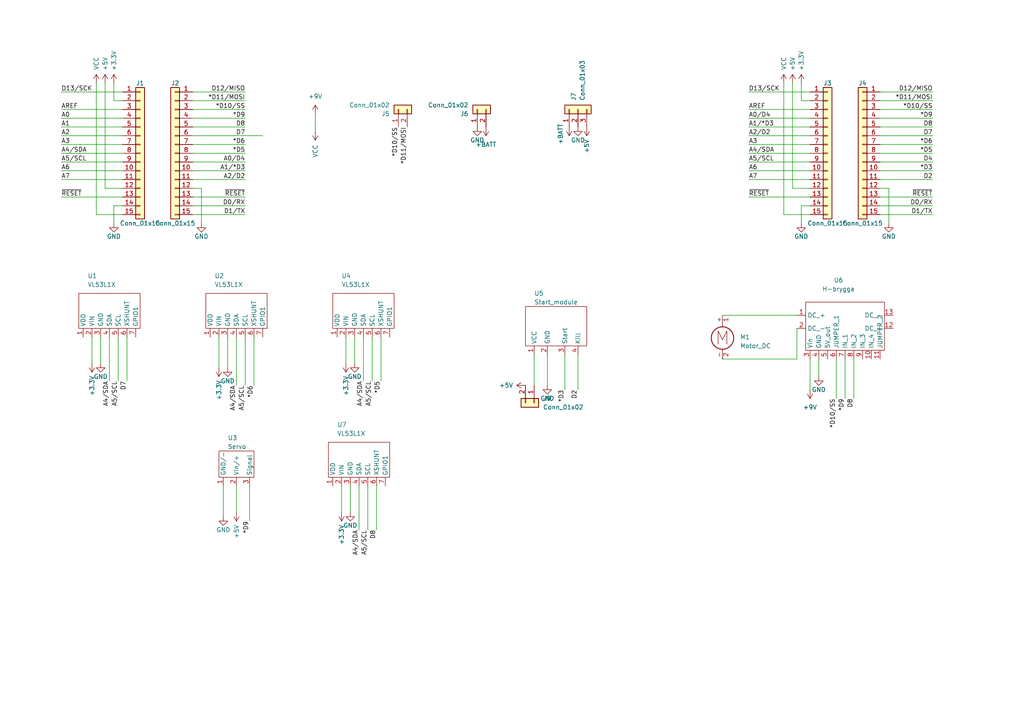
<source format=kicad_sch>
(kicad_sch (version 20211123) (generator eeschema)

  (uuid 0d35483a-0b12-46cc-b9f2-896fd6831779)

  (paper "A4")

  (title_block
    (date "sam. 04 avril 2015")
  )

  (lib_symbols
    (symbol "+3.3V_1" (power) (pin_names (offset 0)) (in_bom yes) (on_board yes)
      (property "Reference" "#PWR" (id 0) (at 0 -3.81 0)
        (effects (font (size 1.27 1.27)) hide)
      )
      (property "Value" "+3.3V_1" (id 1) (at 0 3.556 0)
        (effects (font (size 1.27 1.27)))
      )
      (property "Footprint" "" (id 2) (at 0 0 0)
        (effects (font (size 1.27 1.27)) hide)
      )
      (property "Datasheet" "" (id 3) (at 0 0 0)
        (effects (font (size 1.27 1.27)) hide)
      )
      (property "ki_keywords" "power-flag" (id 4) (at 0 0 0)
        (effects (font (size 1.27 1.27)) hide)
      )
      (property "ki_description" "Power symbol creates a global label with name \"+3.3V\"" (id 5) (at 0 0 0)
        (effects (font (size 1.27 1.27)) hide)
      )
      (symbol "+3.3V_1_0_1"
        (polyline
          (pts
            (xy -0.762 1.27)
            (xy 0 2.54)
          )
          (stroke (width 0) (type default) (color 0 0 0 0))
          (fill (type none))
        )
        (polyline
          (pts
            (xy 0 0)
            (xy 0 2.54)
          )
          (stroke (width 0) (type default) (color 0 0 0 0))
          (fill (type none))
        )
        (polyline
          (pts
            (xy 0 2.54)
            (xy 0.762 1.27)
          )
          (stroke (width 0) (type default) (color 0 0 0 0))
          (fill (type none))
        )
      )
      (symbol "+3.3V_1_1_1"
        (pin power_in line (at 0 0 90) (length 0) hide
          (name "+3.3V" (effects (font (size 1.27 1.27))))
          (number "1" (effects (font (size 1.27 1.27))))
        )
      )
    )
    (symbol "+3.3V_2" (power) (pin_names (offset 0)) (in_bom yes) (on_board yes)
      (property "Reference" "#PWR" (id 0) (at 0 -3.81 0)
        (effects (font (size 1.27 1.27)) hide)
      )
      (property "Value" "+3.3V_2" (id 1) (at 0 3.556 0)
        (effects (font (size 1.27 1.27)))
      )
      (property "Footprint" "" (id 2) (at 0 0 0)
        (effects (font (size 1.27 1.27)) hide)
      )
      (property "Datasheet" "" (id 3) (at 0 0 0)
        (effects (font (size 1.27 1.27)) hide)
      )
      (property "ki_keywords" "power-flag" (id 4) (at 0 0 0)
        (effects (font (size 1.27 1.27)) hide)
      )
      (property "ki_description" "Power symbol creates a global label with name \"+3.3V\"" (id 5) (at 0 0 0)
        (effects (font (size 1.27 1.27)) hide)
      )
      (symbol "+3.3V_2_0_1"
        (polyline
          (pts
            (xy -0.762 1.27)
            (xy 0 2.54)
          )
          (stroke (width 0) (type default) (color 0 0 0 0))
          (fill (type none))
        )
        (polyline
          (pts
            (xy 0 0)
            (xy 0 2.54)
          )
          (stroke (width 0) (type default) (color 0 0 0 0))
          (fill (type none))
        )
        (polyline
          (pts
            (xy 0 2.54)
            (xy 0.762 1.27)
          )
          (stroke (width 0) (type default) (color 0 0 0 0))
          (fill (type none))
        )
      )
      (symbol "+3.3V_2_1_1"
        (pin power_in line (at 0 0 90) (length 0) hide
          (name "+3.3V" (effects (font (size 1.27 1.27))))
          (number "1" (effects (font (size 1.27 1.27))))
        )
      )
    )
    (symbol "+3.3V_3" (power) (pin_names (offset 0)) (in_bom yes) (on_board yes)
      (property "Reference" "#PWR" (id 0) (at 0 -3.81 0)
        (effects (font (size 1.27 1.27)) hide)
      )
      (property "Value" "+3.3V_3" (id 1) (at 0 3.556 0)
        (effects (font (size 1.27 1.27)))
      )
      (property "Footprint" "" (id 2) (at 0 0 0)
        (effects (font (size 1.27 1.27)) hide)
      )
      (property "Datasheet" "" (id 3) (at 0 0 0)
        (effects (font (size 1.27 1.27)) hide)
      )
      (property "ki_keywords" "power-flag" (id 4) (at 0 0 0)
        (effects (font (size 1.27 1.27)) hide)
      )
      (property "ki_description" "Power symbol creates a global label with name \"+3.3V\"" (id 5) (at 0 0 0)
        (effects (font (size 1.27 1.27)) hide)
      )
      (symbol "+3.3V_3_0_1"
        (polyline
          (pts
            (xy -0.762 1.27)
            (xy 0 2.54)
          )
          (stroke (width 0) (type default) (color 0 0 0 0))
          (fill (type none))
        )
        (polyline
          (pts
            (xy 0 0)
            (xy 0 2.54)
          )
          (stroke (width 0) (type default) (color 0 0 0 0))
          (fill (type none))
        )
        (polyline
          (pts
            (xy 0 2.54)
            (xy 0.762 1.27)
          )
          (stroke (width 0) (type default) (color 0 0 0 0))
          (fill (type none))
        )
      )
      (symbol "+3.3V_3_1_1"
        (pin power_in line (at 0 0 90) (length 0) hide
          (name "+3.3V" (effects (font (size 1.27 1.27))))
          (number "1" (effects (font (size 1.27 1.27))))
        )
      )
    )
    (symbol "+3.3V_5" (power) (pin_names (offset 0)) (in_bom yes) (on_board yes)
      (property "Reference" "#PWR" (id 0) (at 0 -3.81 0)
        (effects (font (size 1.27 1.27)) hide)
      )
      (property "Value" "+3.3V_5" (id 1) (at 0 3.556 0)
        (effects (font (size 1.27 1.27)))
      )
      (property "Footprint" "" (id 2) (at 0 0 0)
        (effects (font (size 1.27 1.27)) hide)
      )
      (property "Datasheet" "" (id 3) (at 0 0 0)
        (effects (font (size 1.27 1.27)) hide)
      )
      (property "ki_keywords" "power-flag" (id 4) (at 0 0 0)
        (effects (font (size 1.27 1.27)) hide)
      )
      (property "ki_description" "Power symbol creates a global label with name \"+3.3V\"" (id 5) (at 0 0 0)
        (effects (font (size 1.27 1.27)) hide)
      )
      (symbol "+3.3V_5_0_1"
        (polyline
          (pts
            (xy -0.762 1.27)
            (xy 0 2.54)
          )
          (stroke (width 0) (type default) (color 0 0 0 0))
          (fill (type none))
        )
        (polyline
          (pts
            (xy 0 0)
            (xy 0 2.54)
          )
          (stroke (width 0) (type default) (color 0 0 0 0))
          (fill (type none))
        )
        (polyline
          (pts
            (xy 0 2.54)
            (xy 0.762 1.27)
          )
          (stroke (width 0) (type default) (color 0 0 0 0))
          (fill (type none))
        )
      )
      (symbol "+3.3V_5_1_1"
        (pin power_in line (at 0 0 90) (length 0) hide
          (name "+3.3V" (effects (font (size 1.27 1.27))))
          (number "1" (effects (font (size 1.27 1.27))))
        )
      )
    )
    (symbol "Connector_Generic:Conn_01x02" (pin_names (offset 1.016) hide) (in_bom yes) (on_board yes)
      (property "Reference" "J" (id 0) (at 0 2.54 0)
        (effects (font (size 1.27 1.27)))
      )
      (property "Value" "Conn_01x02" (id 1) (at 0 -5.08 0)
        (effects (font (size 1.27 1.27)))
      )
      (property "Footprint" "" (id 2) (at 0 0 0)
        (effects (font (size 1.27 1.27)) hide)
      )
      (property "Datasheet" "~" (id 3) (at 0 0 0)
        (effects (font (size 1.27 1.27)) hide)
      )
      (property "ki_keywords" "connector" (id 4) (at 0 0 0)
        (effects (font (size 1.27 1.27)) hide)
      )
      (property "ki_description" "Generic connector, single row, 01x02, script generated (kicad-library-utils/schlib/autogen/connector/)" (id 5) (at 0 0 0)
        (effects (font (size 1.27 1.27)) hide)
      )
      (property "ki_fp_filters" "Connector*:*_1x??_*" (id 6) (at 0 0 0)
        (effects (font (size 1.27 1.27)) hide)
      )
      (symbol "Conn_01x02_1_1"
        (rectangle (start -1.27 -2.413) (end 0 -2.667)
          (stroke (width 0.1524) (type default) (color 0 0 0 0))
          (fill (type none))
        )
        (rectangle (start -1.27 0.127) (end 0 -0.127)
          (stroke (width 0.1524) (type default) (color 0 0 0 0))
          (fill (type none))
        )
        (rectangle (start -1.27 1.27) (end 1.27 -3.81)
          (stroke (width 0.254) (type default) (color 0 0 0 0))
          (fill (type background))
        )
        (pin passive line (at -5.08 0 0) (length 3.81)
          (name "Pin_1" (effects (font (size 1.27 1.27))))
          (number "1" (effects (font (size 1.27 1.27))))
        )
        (pin passive line (at -5.08 -2.54 0) (length 3.81)
          (name "Pin_2" (effects (font (size 1.27 1.27))))
          (number "2" (effects (font (size 1.27 1.27))))
        )
      )
    )
    (symbol "Connector_Generic:Conn_01x03" (pin_names (offset 1.016) hide) (in_bom yes) (on_board yes)
      (property "Reference" "J" (id 0) (at 0 5.08 0)
        (effects (font (size 1.27 1.27)))
      )
      (property "Value" "Conn_01x03" (id 1) (at 0 -5.08 0)
        (effects (font (size 1.27 1.27)))
      )
      (property "Footprint" "" (id 2) (at 0 0 0)
        (effects (font (size 1.27 1.27)) hide)
      )
      (property "Datasheet" "~" (id 3) (at 0 0 0)
        (effects (font (size 1.27 1.27)) hide)
      )
      (property "ki_keywords" "connector" (id 4) (at 0 0 0)
        (effects (font (size 1.27 1.27)) hide)
      )
      (property "ki_description" "Generic connector, single row, 01x03, script generated (kicad-library-utils/schlib/autogen/connector/)" (id 5) (at 0 0 0)
        (effects (font (size 1.27 1.27)) hide)
      )
      (property "ki_fp_filters" "Connector*:*_1x??_*" (id 6) (at 0 0 0)
        (effects (font (size 1.27 1.27)) hide)
      )
      (symbol "Conn_01x03_1_1"
        (rectangle (start -1.27 -2.413) (end 0 -2.667)
          (stroke (width 0.1524) (type default) (color 0 0 0 0))
          (fill (type none))
        )
        (rectangle (start -1.27 0.127) (end 0 -0.127)
          (stroke (width 0.1524) (type default) (color 0 0 0 0))
          (fill (type none))
        )
        (rectangle (start -1.27 2.667) (end 0 2.413)
          (stroke (width 0.1524) (type default) (color 0 0 0 0))
          (fill (type none))
        )
        (rectangle (start -1.27 3.81) (end 1.27 -3.81)
          (stroke (width 0.254) (type default) (color 0 0 0 0))
          (fill (type background))
        )
        (pin passive line (at -5.08 2.54 0) (length 3.81)
          (name "Pin_1" (effects (font (size 1.27 1.27))))
          (number "1" (effects (font (size 1.27 1.27))))
        )
        (pin passive line (at -5.08 0 0) (length 3.81)
          (name "Pin_2" (effects (font (size 1.27 1.27))))
          (number "2" (effects (font (size 1.27 1.27))))
        )
        (pin passive line (at -5.08 -2.54 0) (length 3.81)
          (name "Pin_3" (effects (font (size 1.27 1.27))))
          (number "3" (effects (font (size 1.27 1.27))))
        )
      )
    )
    (symbol "Connector_Generic:Conn_01x15" (pin_names (offset 1.016) hide) (in_bom yes) (on_board yes)
      (property "Reference" "J" (id 0) (at 0 20.32 0)
        (effects (font (size 1.27 1.27)))
      )
      (property "Value" "Conn_01x15" (id 1) (at 0 -20.32 0)
        (effects (font (size 1.27 1.27)))
      )
      (property "Footprint" "" (id 2) (at 0 0 0)
        (effects (font (size 1.27 1.27)) hide)
      )
      (property "Datasheet" "~" (id 3) (at 0 0 0)
        (effects (font (size 1.27 1.27)) hide)
      )
      (property "ki_keywords" "connector" (id 4) (at 0 0 0)
        (effects (font (size 1.27 1.27)) hide)
      )
      (property "ki_description" "Generic connector, single row, 01x15, script generated (kicad-library-utils/schlib/autogen/connector/)" (id 5) (at 0 0 0)
        (effects (font (size 1.27 1.27)) hide)
      )
      (property "ki_fp_filters" "Connector*:*_1x??_*" (id 6) (at 0 0 0)
        (effects (font (size 1.27 1.27)) hide)
      )
      (symbol "Conn_01x15_1_1"
        (rectangle (start -1.27 -17.653) (end 0 -17.907)
          (stroke (width 0.1524) (type default) (color 0 0 0 0))
          (fill (type none))
        )
        (rectangle (start -1.27 -15.113) (end 0 -15.367)
          (stroke (width 0.1524) (type default) (color 0 0 0 0))
          (fill (type none))
        )
        (rectangle (start -1.27 -12.573) (end 0 -12.827)
          (stroke (width 0.1524) (type default) (color 0 0 0 0))
          (fill (type none))
        )
        (rectangle (start -1.27 -10.033) (end 0 -10.287)
          (stroke (width 0.1524) (type default) (color 0 0 0 0))
          (fill (type none))
        )
        (rectangle (start -1.27 -7.493) (end 0 -7.747)
          (stroke (width 0.1524) (type default) (color 0 0 0 0))
          (fill (type none))
        )
        (rectangle (start -1.27 -4.953) (end 0 -5.207)
          (stroke (width 0.1524) (type default) (color 0 0 0 0))
          (fill (type none))
        )
        (rectangle (start -1.27 -2.413) (end 0 -2.667)
          (stroke (width 0.1524) (type default) (color 0 0 0 0))
          (fill (type none))
        )
        (rectangle (start -1.27 0.127) (end 0 -0.127)
          (stroke (width 0.1524) (type default) (color 0 0 0 0))
          (fill (type none))
        )
        (rectangle (start -1.27 2.667) (end 0 2.413)
          (stroke (width 0.1524) (type default) (color 0 0 0 0))
          (fill (type none))
        )
        (rectangle (start -1.27 5.207) (end 0 4.953)
          (stroke (width 0.1524) (type default) (color 0 0 0 0))
          (fill (type none))
        )
        (rectangle (start -1.27 7.747) (end 0 7.493)
          (stroke (width 0.1524) (type default) (color 0 0 0 0))
          (fill (type none))
        )
        (rectangle (start -1.27 10.287) (end 0 10.033)
          (stroke (width 0.1524) (type default) (color 0 0 0 0))
          (fill (type none))
        )
        (rectangle (start -1.27 12.827) (end 0 12.573)
          (stroke (width 0.1524) (type default) (color 0 0 0 0))
          (fill (type none))
        )
        (rectangle (start -1.27 15.367) (end 0 15.113)
          (stroke (width 0.1524) (type default) (color 0 0 0 0))
          (fill (type none))
        )
        (rectangle (start -1.27 17.907) (end 0 17.653)
          (stroke (width 0.1524) (type default) (color 0 0 0 0))
          (fill (type none))
        )
        (rectangle (start -1.27 19.05) (end 1.27 -19.05)
          (stroke (width 0.254) (type default) (color 0 0 0 0))
          (fill (type background))
        )
        (pin passive line (at -5.08 17.78 0) (length 3.81)
          (name "Pin_1" (effects (font (size 1.27 1.27))))
          (number "1" (effects (font (size 1.27 1.27))))
        )
        (pin passive line (at -5.08 -5.08 0) (length 3.81)
          (name "Pin_10" (effects (font (size 1.27 1.27))))
          (number "10" (effects (font (size 1.27 1.27))))
        )
        (pin passive line (at -5.08 -7.62 0) (length 3.81)
          (name "Pin_11" (effects (font (size 1.27 1.27))))
          (number "11" (effects (font (size 1.27 1.27))))
        )
        (pin passive line (at -5.08 -10.16 0) (length 3.81)
          (name "Pin_12" (effects (font (size 1.27 1.27))))
          (number "12" (effects (font (size 1.27 1.27))))
        )
        (pin passive line (at -5.08 -12.7 0) (length 3.81)
          (name "Pin_13" (effects (font (size 1.27 1.27))))
          (number "13" (effects (font (size 1.27 1.27))))
        )
        (pin passive line (at -5.08 -15.24 0) (length 3.81)
          (name "Pin_14" (effects (font (size 1.27 1.27))))
          (number "14" (effects (font (size 1.27 1.27))))
        )
        (pin passive line (at -5.08 -17.78 0) (length 3.81)
          (name "Pin_15" (effects (font (size 1.27 1.27))))
          (number "15" (effects (font (size 1.27 1.27))))
        )
        (pin passive line (at -5.08 15.24 0) (length 3.81)
          (name "Pin_2" (effects (font (size 1.27 1.27))))
          (number "2" (effects (font (size 1.27 1.27))))
        )
        (pin passive line (at -5.08 12.7 0) (length 3.81)
          (name "Pin_3" (effects (font (size 1.27 1.27))))
          (number "3" (effects (font (size 1.27 1.27))))
        )
        (pin passive line (at -5.08 10.16 0) (length 3.81)
          (name "Pin_4" (effects (font (size 1.27 1.27))))
          (number "4" (effects (font (size 1.27 1.27))))
        )
        (pin passive line (at -5.08 7.62 0) (length 3.81)
          (name "Pin_5" (effects (font (size 1.27 1.27))))
          (number "5" (effects (font (size 1.27 1.27))))
        )
        (pin passive line (at -5.08 5.08 0) (length 3.81)
          (name "Pin_6" (effects (font (size 1.27 1.27))))
          (number "6" (effects (font (size 1.27 1.27))))
        )
        (pin passive line (at -5.08 2.54 0) (length 3.81)
          (name "Pin_7" (effects (font (size 1.27 1.27))))
          (number "7" (effects (font (size 1.27 1.27))))
        )
        (pin passive line (at -5.08 0 0) (length 3.81)
          (name "Pin_8" (effects (font (size 1.27 1.27))))
          (number "8" (effects (font (size 1.27 1.27))))
        )
        (pin passive line (at -5.08 -2.54 0) (length 3.81)
          (name "Pin_9" (effects (font (size 1.27 1.27))))
          (number "9" (effects (font (size 1.27 1.27))))
        )
      )
    )
    (symbol "Death_By_Table:H-brygga" (in_bom yes) (on_board yes)
      (property "Reference" "U6" (id 0) (at 0.635 12.7 0)
        (effects (font (size 1.27 1.27)))
      )
      (property "Value" "H-brygga" (id 1) (at 0.635 10.16 0)
        (effects (font (size 1.27 1.27)))
      )
      (property "Footprint" "Death_by_table:H-brygga" (id 2) (at 0 0 0)
        (effects (font (size 1.27 1.27)) hide)
      )
      (property "Datasheet" "" (id 3) (at 0 0 0)
        (effects (font (size 1.27 1.27)) hide)
      )
      (symbol "H-brygga_0_1"
        (rectangle (start 13.97 6.35) (end -8.89 -7.62)
          (stroke (width 0) (type default) (color 0 0 0 0))
          (fill (type none))
        )
      )
      (symbol "H-brygga_1_1"
        (pin power_out line (at -11.43 2.54 0) (length 2.54)
          (name "DC_+" (effects (font (size 1.27 1.27))))
          (number "1" (effects (font (size 1.27 1.27))))
        )
        (pin input line (at 10.16 -10.16 90) (length 2.54)
          (name "IN_4" (effects (font (size 1.27 1.27))))
          (number "10" (effects (font (size 1.27 1.27))))
        )
        (pin input line (at 12.7 -10.16 90) (length 2.54)
          (name "JUMPER_2" (effects (font (size 1.27 1.27))))
          (number "11" (effects (font (size 1.27 1.27))))
        )
        (pin power_out line (at 16.51 -1.27 180) (length 2.54)
          (name "DC_+" (effects (font (size 1.27 1.27))))
          (number "12" (effects (font (size 1.27 1.27))))
        )
        (pin power_out line (at 16.51 2.54 180) (length 2.54)
          (name "DC_-" (effects (font (size 1.27 1.27))))
          (number "13" (effects (font (size 1.27 1.27))))
        )
        (pin power_out line (at -11.43 -1.27 0) (length 2.54)
          (name "DC_-" (effects (font (size 1.27 1.27))))
          (number "2" (effects (font (size 1.27 1.27))))
        )
        (pin power_in line (at -7.62 -10.16 90) (length 2.54)
          (name "Vin" (effects (font (size 1.27 1.27))))
          (number "3" (effects (font (size 1.27 1.27))))
        )
        (pin power_in line (at -5.08 -10.16 90) (length 2.54)
          (name "GND" (effects (font (size 1.27 1.27))))
          (number "4" (effects (font (size 1.27 1.27))))
        )
        (pin power_out line (at -2.54 -10.16 90) (length 2.54)
          (name "5V_out" (effects (font (size 1.27 1.27))))
          (number "5" (effects (font (size 1.27 1.27))))
        )
        (pin input line (at 0 -10.16 90) (length 2.54)
          (name "JUMPER_1" (effects (font (size 1.27 1.27))))
          (number "6" (effects (font (size 1.27 1.27))))
        )
        (pin input line (at 2.54 -10.16 90) (length 2.54)
          (name "IN_1" (effects (font (size 1.27 1.27))))
          (number "7" (effects (font (size 1.27 1.27))))
        )
        (pin input line (at 5.08 -10.16 90) (length 2.54)
          (name "IN_2" (effects (font (size 1.27 1.27))))
          (number "8" (effects (font (size 1.27 1.27))))
        )
        (pin input line (at 7.62 -10.16 90) (length 2.54)
          (name "IN_3" (effects (font (size 1.27 1.27))))
          (number "9" (effects (font (size 1.27 1.27))))
        )
      )
      (symbol "H-brygga_1_2"
        (pin power_out line (at -2.54 -7.62 270) (length 2.54)
          (name "5V_out" (effects (font (size 1.27 1.27))))
          (number "" (effects (font (size 1.27 1.27))))
        )
        (pin power_out line (at -8.89 0 180) (length 2.54)
          (name "DC_+" (effects (font (size 1.27 1.27))))
          (number "" (effects (font (size 1.27 1.27))))
        )
        (pin power_out line (at 10.16 -3.81 0) (length 2.54)
          (name "DC_+" (effects (font (size 1.27 1.27))))
          (number "" (effects (font (size 1.27 1.27))))
        )
        (pin power_out line (at -8.89 -3.81 180) (length 2.54)
          (name "DC_-" (effects (font (size 1.27 1.27))))
          (number "" (effects (font (size 1.27 1.27))))
        )
        (pin power_out line (at 10.16 0 0) (length 2.54)
          (name "DC_-" (effects (font (size 1.27 1.27))))
          (number "" (effects (font (size 1.27 1.27))))
        )
        (pin power_in line (at -5.08 -7.62 270) (length 2.54)
          (name "GND" (effects (font (size 1.27 1.27))))
          (number "" (effects (font (size 1.27 1.27))))
        )
        (pin input line (at 1.27 -7.62 270) (length 2.54)
          (name "IN_1" (effects (font (size 1.27 1.27))))
          (number "" (effects (font (size 1.27 1.27))))
        )
        (pin input line (at 3.81 -7.62 270) (length 2.54)
          (name "IN_2" (effects (font (size 1.27 1.27))))
          (number "" (effects (font (size 1.27 1.27))))
        )
        (pin input line (at 6.35 -7.62 270) (length 2.54)
          (name "IN_3" (effects (font (size 1.27 1.27))))
          (number "" (effects (font (size 1.27 1.27))))
        )
        (pin input line (at 8.89 -7.62 270) (length 2.54)
          (name "IN_4" (effects (font (size 1.27 1.27))))
          (number "" (effects (font (size 1.27 1.27))))
        )
        (pin power_in line (at -7.62 -7.62 270) (length 2.54)
          (name "Vin" (effects (font (size 1.27 1.27))))
          (number "" (effects (font (size 1.27 1.27))))
        )
      )
    )
    (symbol "Death_By_Table:Servo" (in_bom yes) (on_board yes)
      (property "Reference" "U3" (id 0) (at -2.54 8.89 0)
        (effects (font (size 1.27 1.27)) (justify left))
      )
      (property "Value" "Servo" (id 1) (at -2.54 6.35 0)
        (effects (font (size 1.27 1.27)) (justify left))
      )
      (property "Footprint" "Connector_PinHeader_2.54mm:PinHeader_1x03_P2.54mm_Vertical" (id 2) (at 0 0 0)
        (effects (font (size 1.27 1.27)) hide)
      )
      (property "Datasheet" "" (id 3) (at 0 0 0)
        (effects (font (size 1.27 1.27)) hide)
      )
      (symbol "Servo_0_1"
        (rectangle (start 5.08 -2.54) (end -5.08 5.08)
          (stroke (width 0) (type default) (color 0 0 0 0))
          (fill (type none))
        )
      )
      (symbol "Servo_1_1"
        (pin power_in line (at -3.81 -5.08 90) (length 2.54)
          (name "GND/-" (effects (font (size 1.27 1.27))))
          (number "1" (effects (font (size 1.27 1.27))))
        )
        (pin power_in line (at 0 -5.08 90) (length 2.54)
          (name "Vin/+" (effects (font (size 1.27 1.27))))
          (number "2" (effects (font (size 1.27 1.27))))
        )
        (pin input line (at 3.81 -5.08 90) (length 2.54)
          (name "Signal" (effects (font (size 1.27 1.27))))
          (number "3" (effects (font (size 1.27 1.27))))
        )
      )
    )
    (symbol "Death_By_Table:Start_module" (in_bom yes) (on_board yes)
      (property "Reference" "U5" (id 0) (at -6.35 10.16 0)
        (effects (font (size 1.27 1.27)) (justify left))
      )
      (property "Value" "Start_module" (id 1) (at -6.35 7.62 0)
        (effects (font (size 1.27 1.27)) (justify left))
      )
      (property "Footprint" "Connector_PinHeader_2.54mm:PinHeader_1x04_P2.54mm_Vertical" (id 2) (at 0 0 0)
        (effects (font (size 1.27 1.27)) hide)
      )
      (property "Datasheet" "" (id 3) (at 0 0 0)
        (effects (font (size 1.27 1.27)) hide)
      )
      (symbol "Start_module_0_1"
        (rectangle (start 8.89 -5.08) (end -8.89 6.35)
          (stroke (width 0) (type default) (color 0 0 0 0))
          (fill (type none))
        )
      )
      (symbol "Start_module_1_1"
        (pin input line (at -6.35 -7.62 90) (length 2.54)
          (name "VCC" (effects (font (size 1.27 1.27))))
          (number "1" (effects (font (size 1.27 1.27))))
        )
        (pin input line (at -2.54 -7.62 90) (length 2.54)
          (name "GND" (effects (font (size 1.27 1.27))))
          (number "2" (effects (font (size 1.27 1.27))))
        )
        (pin input line (at 2.54 -7.62 90) (length 2.54)
          (name "Start" (effects (font (size 1.27 1.27))))
          (number "3" (effects (font (size 1.27 1.27))))
        )
        (pin input line (at 6.35 -7.62 90) (length 2.54)
          (name "Kill" (effects (font (size 1.27 1.27))))
          (number "4" (effects (font (size 1.27 1.27))))
        )
      )
    )
    (symbol "Death_By_Table:VL53L1X" (in_bom yes) (on_board yes)
      (property "Reference" "U2" (id 0) (at -6.35 10.16 0)
        (effects (font (size 1.27 1.27)) (justify left))
      )
      (property "Value" "VL53L1X" (id 1) (at -6.35 7.62 0)
        (effects (font (size 1.27 1.27)) (justify left))
      )
      (property "Footprint" "Death_by_table:VL53L1x" (id 2) (at 0 0 0)
        (effects (font (size 1.27 1.27)) hide)
      )
      (property "Datasheet" "" (id 3) (at 0 0 0)
        (effects (font (size 1.27 1.27)) hide)
      )
      (symbol "VL53L1X_0_1"
        (rectangle (start -8.89 5.08) (end 8.89 -5.08)
          (stroke (width 0) (type default) (color 0 0 0 0))
          (fill (type none))
        )
      )
      (symbol "VL53L1X_1_1"
        (pin power_out line (at -7.62 -7.62 90) (length 2.54)
          (name "VDD" (effects (font (size 1.27 1.27))))
          (number "1" (effects (font (size 1.27 1.27))))
        )
        (pin power_in line (at -5.08 -7.62 90) (length 2.54)
          (name "VIN" (effects (font (size 1.27 1.27))))
          (number "2" (effects (font (size 1.27 1.27))))
        )
        (pin power_in line (at -2.54 -7.62 90) (length 2.54)
          (name "GND" (effects (font (size 1.27 1.27))))
          (number "3" (effects (font (size 1.27 1.27))))
        )
        (pin bidirectional line (at 0 -7.62 90) (length 2.54)
          (name "SDA" (effects (font (size 1.27 1.27))))
          (number "4" (effects (font (size 1.27 1.27))))
        )
        (pin input line (at 2.54 -7.62 90) (length 2.54)
          (name "SCL" (effects (font (size 1.27 1.27))))
          (number "5" (effects (font (size 1.27 1.27))))
        )
        (pin input line (at 5.08 -7.62 90) (length 2.54)
          (name "XSHUNT" (effects (font (size 1.27 1.27))))
          (number "6" (effects (font (size 1.27 1.27))))
        )
        (pin bidirectional line (at 7.62 -7.62 90) (length 2.54)
          (name "GPIO1" (effects (font (size 1.27 1.27))))
          (number "7" (effects (font (size 1.27 1.27))))
        )
      )
    )
    (symbol "Motor:Motor_DC" (pin_names (offset 0)) (in_bom yes) (on_board yes)
      (property "Reference" "M" (id 0) (at 2.54 2.54 0)
        (effects (font (size 1.27 1.27)) (justify left))
      )
      (property "Value" "Motor_DC" (id 1) (at 2.54 -5.08 0)
        (effects (font (size 1.27 1.27)) (justify left top))
      )
      (property "Footprint" "" (id 2) (at 0 -2.286 0)
        (effects (font (size 1.27 1.27)) hide)
      )
      (property "Datasheet" "~" (id 3) (at 0 -2.286 0)
        (effects (font (size 1.27 1.27)) hide)
      )
      (property "ki_keywords" "DC Motor" (id 4) (at 0 0 0)
        (effects (font (size 1.27 1.27)) hide)
      )
      (property "ki_description" "DC Motor" (id 5) (at 0 0 0)
        (effects (font (size 1.27 1.27)) hide)
      )
      (property "ki_fp_filters" "PinHeader*P2.54mm* TerminalBlock*" (id 6) (at 0 0 0)
        (effects (font (size 1.27 1.27)) hide)
      )
      (symbol "Motor_DC_0_0"
        (polyline
          (pts
            (xy -1.27 -3.302)
            (xy -1.27 0.508)
            (xy 0 -2.032)
            (xy 1.27 0.508)
            (xy 1.27 -3.302)
          )
          (stroke (width 0) (type default) (color 0 0 0 0))
          (fill (type none))
        )
      )
      (symbol "Motor_DC_0_1"
        (circle (center 0 -1.524) (radius 3.2512)
          (stroke (width 0.254) (type default) (color 0 0 0 0))
          (fill (type none))
        )
        (polyline
          (pts
            (xy 0 -7.62)
            (xy 0 -7.112)
          )
          (stroke (width 0) (type default) (color 0 0 0 0))
          (fill (type none))
        )
        (polyline
          (pts
            (xy 0 -4.7752)
            (xy 0 -5.1816)
          )
          (stroke (width 0) (type default) (color 0 0 0 0))
          (fill (type none))
        )
        (polyline
          (pts
            (xy 0 1.7272)
            (xy 0 2.0828)
          )
          (stroke (width 0) (type default) (color 0 0 0 0))
          (fill (type none))
        )
        (polyline
          (pts
            (xy 0 2.032)
            (xy 0 2.54)
          )
          (stroke (width 0) (type default) (color 0 0 0 0))
          (fill (type none))
        )
      )
      (symbol "Motor_DC_1_1"
        (pin passive line (at 0 5.08 270) (length 2.54)
          (name "+" (effects (font (size 1.27 1.27))))
          (number "1" (effects (font (size 1.27 1.27))))
        )
        (pin passive line (at 0 -7.62 90) (length 2.54)
          (name "-" (effects (font (size 1.27 1.27))))
          (number "2" (effects (font (size 1.27 1.27))))
        )
      )
    )
    (symbol "VL53L1X_1" (in_bom yes) (on_board yes)
      (property "Reference" "U1" (id 0) (at -6.35 10.16 0)
        (effects (font (size 1.27 1.27)) (justify left))
      )
      (property "Value" "VL53L1X" (id 1) (at -6.35 7.62 0)
        (effects (font (size 1.27 1.27)) (justify left))
      )
      (property "Footprint" "Death_by_table:VL53L1x" (id 2) (at 0 0 0)
        (effects (font (size 1.27 1.27)) hide)
      )
      (property "Datasheet" "" (id 3) (at 0 0 0)
        (effects (font (size 1.27 1.27)) hide)
      )
      (symbol "VL53L1X_1_0_1"
        (rectangle (start -8.89 5.08) (end 8.89 -5.08)
          (stroke (width 0) (type default) (color 0 0 0 0))
          (fill (type none))
        )
      )
      (symbol "VL53L1X_1_1_1"
        (pin power_out line (at -7.62 -7.62 90) (length 2.54)
          (name "VDD" (effects (font (size 1.27 1.27))))
          (number "1" (effects (font (size 1.27 1.27))))
        )
        (pin power_in line (at -5.08 -7.62 90) (length 2.54)
          (name "VIN" (effects (font (size 1.27 1.27))))
          (number "2" (effects (font (size 1.27 1.27))))
        )
        (pin power_in line (at -2.54 -7.62 90) (length 2.54)
          (name "GND" (effects (font (size 1.27 1.27))))
          (number "3" (effects (font (size 1.27 1.27))))
        )
        (pin bidirectional line (at 0 -7.62 90) (length 2.54)
          (name "SDA" (effects (font (size 1.27 1.27))))
          (number "4" (effects (font (size 1.27 1.27))))
        )
        (pin input line (at 2.54 -7.62 90) (length 2.54)
          (name "SCL" (effects (font (size 1.27 1.27))))
          (number "5" (effects (font (size 1.27 1.27))))
        )
        (pin input line (at 5.08 -7.62 90) (length 2.54)
          (name "XSHUNT" (effects (font (size 1.27 1.27))))
          (number "6" (effects (font (size 1.27 1.27))))
        )
        (pin bidirectional line (at 7.62 -7.62 90) (length 2.54)
          (name "GPIO1" (effects (font (size 1.27 1.27))))
          (number "7" (effects (font (size 1.27 1.27))))
        )
      )
    )
    (symbol "VL53L1X_2" (in_bom yes) (on_board yes)
      (property "Reference" "U4" (id 0) (at -6.35 10.16 0)
        (effects (font (size 1.27 1.27)) (justify left))
      )
      (property "Value" "VL53L1X" (id 1) (at -6.35 7.62 0)
        (effects (font (size 1.27 1.27)) (justify left))
      )
      (property "Footprint" "Death_by_table:VL53L1x" (id 2) (at 0 0 0)
        (effects (font (size 1.27 1.27)) hide)
      )
      (property "Datasheet" "" (id 3) (at 0 0 0)
        (effects (font (size 1.27 1.27)) hide)
      )
      (symbol "VL53L1X_2_0_1"
        (rectangle (start -8.89 5.08) (end 8.89 -5.08)
          (stroke (width 0) (type default) (color 0 0 0 0))
          (fill (type none))
        )
      )
      (symbol "VL53L1X_2_1_1"
        (pin power_out line (at -7.62 -7.62 90) (length 2.54)
          (name "VDD" (effects (font (size 1.27 1.27))))
          (number "1" (effects (font (size 1.27 1.27))))
        )
        (pin power_in line (at -5.08 -7.62 90) (length 2.54)
          (name "VIN" (effects (font (size 1.27 1.27))))
          (number "2" (effects (font (size 1.27 1.27))))
        )
        (pin power_in line (at -2.54 -7.62 90) (length 2.54)
          (name "GND" (effects (font (size 1.27 1.27))))
          (number "3" (effects (font (size 1.27 1.27))))
        )
        (pin bidirectional line (at 0 -7.62 90) (length 2.54)
          (name "SDA" (effects (font (size 1.27 1.27))))
          (number "4" (effects (font (size 1.27 1.27))))
        )
        (pin input line (at 2.54 -7.62 90) (length 2.54)
          (name "SCL" (effects (font (size 1.27 1.27))))
          (number "5" (effects (font (size 1.27 1.27))))
        )
        (pin input line (at 5.08 -7.62 90) (length 2.54)
          (name "XSHUNT" (effects (font (size 1.27 1.27))))
          (number "6" (effects (font (size 1.27 1.27))))
        )
        (pin bidirectional line (at 7.62 -7.62 90) (length 2.54)
          (name "GPIO1" (effects (font (size 1.27 1.27))))
          (number "7" (effects (font (size 1.27 1.27))))
        )
      )
    )
    (symbol "power:+3.3V" (power) (pin_names (offset 0)) (in_bom yes) (on_board yes)
      (property "Reference" "#PWR" (id 0) (at 0 -3.81 0)
        (effects (font (size 1.27 1.27)) hide)
      )
      (property "Value" "+3.3V" (id 1) (at 0 3.556 0)
        (effects (font (size 1.27 1.27)))
      )
      (property "Footprint" "" (id 2) (at 0 0 0)
        (effects (font (size 1.27 1.27)) hide)
      )
      (property "Datasheet" "" (id 3) (at 0 0 0)
        (effects (font (size 1.27 1.27)) hide)
      )
      (property "ki_keywords" "power-flag" (id 4) (at 0 0 0)
        (effects (font (size 1.27 1.27)) hide)
      )
      (property "ki_description" "Power symbol creates a global label with name \"+3.3V\"" (id 5) (at 0 0 0)
        (effects (font (size 1.27 1.27)) hide)
      )
      (symbol "+3.3V_0_1"
        (polyline
          (pts
            (xy -0.762 1.27)
            (xy 0 2.54)
          )
          (stroke (width 0) (type default) (color 0 0 0 0))
          (fill (type none))
        )
        (polyline
          (pts
            (xy 0 0)
            (xy 0 2.54)
          )
          (stroke (width 0) (type default) (color 0 0 0 0))
          (fill (type none))
        )
        (polyline
          (pts
            (xy 0 2.54)
            (xy 0.762 1.27)
          )
          (stroke (width 0) (type default) (color 0 0 0 0))
          (fill (type none))
        )
      )
      (symbol "+3.3V_1_1"
        (pin power_in line (at 0 0 90) (length 0) hide
          (name "+3.3V" (effects (font (size 1.27 1.27))))
          (number "1" (effects (font (size 1.27 1.27))))
        )
      )
    )
    (symbol "power:+5V" (power) (pin_names (offset 0)) (in_bom yes) (on_board yes)
      (property "Reference" "#PWR" (id 0) (at 0 -3.81 0)
        (effects (font (size 1.27 1.27)) hide)
      )
      (property "Value" "+5V" (id 1) (at 0 3.556 0)
        (effects (font (size 1.27 1.27)))
      )
      (property "Footprint" "" (id 2) (at 0 0 0)
        (effects (font (size 1.27 1.27)) hide)
      )
      (property "Datasheet" "" (id 3) (at 0 0 0)
        (effects (font (size 1.27 1.27)) hide)
      )
      (property "ki_keywords" "power-flag" (id 4) (at 0 0 0)
        (effects (font (size 1.27 1.27)) hide)
      )
      (property "ki_description" "Power symbol creates a global label with name \"+5V\"" (id 5) (at 0 0 0)
        (effects (font (size 1.27 1.27)) hide)
      )
      (symbol "+5V_0_1"
        (polyline
          (pts
            (xy -0.762 1.27)
            (xy 0 2.54)
          )
          (stroke (width 0) (type default) (color 0 0 0 0))
          (fill (type none))
        )
        (polyline
          (pts
            (xy 0 0)
            (xy 0 2.54)
          )
          (stroke (width 0) (type default) (color 0 0 0 0))
          (fill (type none))
        )
        (polyline
          (pts
            (xy 0 2.54)
            (xy 0.762 1.27)
          )
          (stroke (width 0) (type default) (color 0 0 0 0))
          (fill (type none))
        )
      )
      (symbol "+5V_1_1"
        (pin power_in line (at 0 0 90) (length 0) hide
          (name "+5V" (effects (font (size 1.27 1.27))))
          (number "1" (effects (font (size 1.27 1.27))))
        )
      )
    )
    (symbol "power:+9V" (power) (pin_names (offset 0)) (in_bom yes) (on_board yes)
      (property "Reference" "#PWR" (id 0) (at 0 -3.81 0)
        (effects (font (size 1.27 1.27)) hide)
      )
      (property "Value" "+9V" (id 1) (at 0 3.556 0)
        (effects (font (size 1.27 1.27)))
      )
      (property "Footprint" "" (id 2) (at 0 0 0)
        (effects (font (size 1.27 1.27)) hide)
      )
      (property "Datasheet" "" (id 3) (at 0 0 0)
        (effects (font (size 1.27 1.27)) hide)
      )
      (property "ki_keywords" "power-flag" (id 4) (at 0 0 0)
        (effects (font (size 1.27 1.27)) hide)
      )
      (property "ki_description" "Power symbol creates a global label with name \"+9V\"" (id 5) (at 0 0 0)
        (effects (font (size 1.27 1.27)) hide)
      )
      (symbol "+9V_0_1"
        (polyline
          (pts
            (xy -0.762 1.27)
            (xy 0 2.54)
          )
          (stroke (width 0) (type default) (color 0 0 0 0))
          (fill (type none))
        )
        (polyline
          (pts
            (xy 0 0)
            (xy 0 2.54)
          )
          (stroke (width 0) (type default) (color 0 0 0 0))
          (fill (type none))
        )
        (polyline
          (pts
            (xy 0 2.54)
            (xy 0.762 1.27)
          )
          (stroke (width 0) (type default) (color 0 0 0 0))
          (fill (type none))
        )
      )
      (symbol "+9V_1_1"
        (pin power_in line (at 0 0 90) (length 0) hide
          (name "+9V" (effects (font (size 1.27 1.27))))
          (number "1" (effects (font (size 1.27 1.27))))
        )
      )
    )
    (symbol "power:+BATT" (power) (pin_names (offset 0)) (in_bom yes) (on_board yes)
      (property "Reference" "#PWR" (id 0) (at 0 -3.81 0)
        (effects (font (size 1.27 1.27)) hide)
      )
      (property "Value" "+BATT" (id 1) (at 0 3.556 0)
        (effects (font (size 1.27 1.27)))
      )
      (property "Footprint" "" (id 2) (at 0 0 0)
        (effects (font (size 1.27 1.27)) hide)
      )
      (property "Datasheet" "" (id 3) (at 0 0 0)
        (effects (font (size 1.27 1.27)) hide)
      )
      (property "ki_keywords" "power-flag battery" (id 4) (at 0 0 0)
        (effects (font (size 1.27 1.27)) hide)
      )
      (property "ki_description" "Power symbol creates a global label with name \"+BATT\"" (id 5) (at 0 0 0)
        (effects (font (size 1.27 1.27)) hide)
      )
      (symbol "+BATT_0_1"
        (polyline
          (pts
            (xy -0.762 1.27)
            (xy 0 2.54)
          )
          (stroke (width 0) (type default) (color 0 0 0 0))
          (fill (type none))
        )
        (polyline
          (pts
            (xy 0 0)
            (xy 0 2.54)
          )
          (stroke (width 0) (type default) (color 0 0 0 0))
          (fill (type none))
        )
        (polyline
          (pts
            (xy 0 2.54)
            (xy 0.762 1.27)
          )
          (stroke (width 0) (type default) (color 0 0 0 0))
          (fill (type none))
        )
      )
      (symbol "+BATT_1_1"
        (pin power_in line (at 0 0 90) (length 0) hide
          (name "+BATT" (effects (font (size 1.27 1.27))))
          (number "1" (effects (font (size 1.27 1.27))))
        )
      )
    )
    (symbol "power:GND" (power) (pin_names (offset 0)) (in_bom yes) (on_board yes)
      (property "Reference" "#PWR" (id 0) (at 0 -6.35 0)
        (effects (font (size 1.27 1.27)) hide)
      )
      (property "Value" "GND" (id 1) (at 0 -3.81 0)
        (effects (font (size 1.27 1.27)))
      )
      (property "Footprint" "" (id 2) (at 0 0 0)
        (effects (font (size 1.27 1.27)) hide)
      )
      (property "Datasheet" "" (id 3) (at 0 0 0)
        (effects (font (size 1.27 1.27)) hide)
      )
      (property "ki_keywords" "power-flag" (id 4) (at 0 0 0)
        (effects (font (size 1.27 1.27)) hide)
      )
      (property "ki_description" "Power symbol creates a global label with name \"GND\" , ground" (id 5) (at 0 0 0)
        (effects (font (size 1.27 1.27)) hide)
      )
      (symbol "GND_0_1"
        (polyline
          (pts
            (xy 0 0)
            (xy 0 -1.27)
            (xy 1.27 -1.27)
            (xy 0 -2.54)
            (xy -1.27 -1.27)
            (xy 0 -1.27)
          )
          (stroke (width 0) (type default) (color 0 0 0 0))
          (fill (type none))
        )
      )
      (symbol "GND_1_1"
        (pin power_in line (at 0 0 270) (length 0) hide
          (name "GND" (effects (font (size 1.27 1.27))))
          (number "1" (effects (font (size 1.27 1.27))))
        )
      )
    )
    (symbol "power:VCC" (power) (pin_names (offset 0)) (in_bom yes) (on_board yes)
      (property "Reference" "#PWR" (id 0) (at 0 -3.81 0)
        (effects (font (size 1.27 1.27)) hide)
      )
      (property "Value" "VCC" (id 1) (at 0 3.81 0)
        (effects (font (size 1.27 1.27)))
      )
      (property "Footprint" "" (id 2) (at 0 0 0)
        (effects (font (size 1.27 1.27)) hide)
      )
      (property "Datasheet" "" (id 3) (at 0 0 0)
        (effects (font (size 1.27 1.27)) hide)
      )
      (property "ki_keywords" "power-flag" (id 4) (at 0 0 0)
        (effects (font (size 1.27 1.27)) hide)
      )
      (property "ki_description" "Power symbol creates a global label with name \"VCC\"" (id 5) (at 0 0 0)
        (effects (font (size 1.27 1.27)) hide)
      )
      (symbol "VCC_0_1"
        (polyline
          (pts
            (xy -0.762 1.27)
            (xy 0 2.54)
          )
          (stroke (width 0) (type default) (color 0 0 0 0))
          (fill (type none))
        )
        (polyline
          (pts
            (xy 0 0)
            (xy 0 2.54)
          )
          (stroke (width 0) (type default) (color 0 0 0 0))
          (fill (type none))
        )
        (polyline
          (pts
            (xy 0 2.54)
            (xy 0.762 1.27)
          )
          (stroke (width 0) (type default) (color 0 0 0 0))
          (fill (type none))
        )
      )
      (symbol "VCC_1_1"
        (pin power_in line (at 0 0 90) (length 0) hide
          (name "VCC" (effects (font (size 1.27 1.27))))
          (number "1" (effects (font (size 1.27 1.27))))
        )
      )
    )
  )


  (wire (pts (xy 55.88 59.69) (xy 71.12 59.69))
    (stroke (width 0) (type solid) (color 0 0 0 0))
    (uuid 004f77db-035a-4124-a1f6-b93657669896)
  )
  (wire (pts (xy 66.04 97.79) (xy 66.04 106.68))
    (stroke (width 0) (type default) (color 0 0 0 0))
    (uuid 01ab9b8a-dff9-4947-8466-43bbf5dd4995)
  )
  (wire (pts (xy 31.75 97.79) (xy 31.75 110.49))
    (stroke (width 0) (type default) (color 0 0 0 0))
    (uuid 01f10188-90d1-4146-9054-a604edae65ff)
  )
  (wire (pts (xy 255.27 39.37) (xy 270.51 39.37))
    (stroke (width 0) (type solid) (color 0 0 0 0))
    (uuid 05cb61e2-6591-4968-bd8b-74ae360a18cc)
  )
  (wire (pts (xy 35.56 29.21) (xy 33.02 29.21))
    (stroke (width 0) (type solid) (color 0 0 0 0))
    (uuid 0613c665-681f-415e-b037-3a4028b50f8f)
  )
  (wire (pts (xy 68.58 140.97) (xy 68.58 148.59))
    (stroke (width 0) (type default) (color 0 0 0 0))
    (uuid 07fc2fde-b444-4ae6-9331-d73baa5369b1)
  )
  (wire (pts (xy 255.27 59.69) (xy 270.51 59.69))
    (stroke (width 0) (type solid) (color 0 0 0 0))
    (uuid 0a6fa89a-af3e-4eac-bab1-1f9e65620364)
  )
  (wire (pts (xy 167.64 102.87) (xy 167.64 113.03))
    (stroke (width 0) (type default) (color 0 0 0 0))
    (uuid 0f604059-ac38-4d68-beef-94f5d10f8044)
  )
  (wire (pts (xy 234.95 62.23) (xy 227.33 62.23))
    (stroke (width 0) (type solid) (color 0 0 0 0))
    (uuid 0fae5fff-4d69-4d0b-9455-311ed6603ccf)
  )
  (wire (pts (xy 107.95 97.79) (xy 107.95 110.49))
    (stroke (width 0) (type default) (color 0 0 0 0))
    (uuid 10d6ac37-42ab-4d9a-9346-8fa5523b515a)
  )
  (wire (pts (xy 217.17 34.29) (xy 234.95 34.29))
    (stroke (width 0) (type solid) (color 0 0 0 0))
    (uuid 18f9a7db-f3d7-44de-a6eb-31ea3ca32cfe)
  )
  (wire (pts (xy 255.27 29.21) (xy 270.51 29.21))
    (stroke (width 0) (type solid) (color 0 0 0 0))
    (uuid 1a6bf33f-8398-4377-87e3-bed492ab95af)
  )
  (wire (pts (xy 17.78 39.37) (xy 35.56 39.37))
    (stroke (width 0) (type solid) (color 0 0 0 0))
    (uuid 1cb78ae5-9892-491d-a804-f89292a637d8)
  )
  (wire (pts (xy 110.49 97.79) (xy 110.49 110.49))
    (stroke (width 0) (type default) (color 0 0 0 0))
    (uuid 1e430571-cae6-4d5e-9c21-fe69d9dff8d5)
  )
  (wire (pts (xy 106.68 140.97) (xy 106.68 153.67))
    (stroke (width 0) (type default) (color 0 0 0 0))
    (uuid 1e814ea2-d027-4f94-a03e-b10e05483bef)
  )
  (wire (pts (xy 234.95 29.21) (xy 232.41 29.21))
    (stroke (width 0) (type solid) (color 0 0 0 0))
    (uuid 1e817260-233f-4b95-b5fe-8dc0ad1ab2bc)
  )
  (wire (pts (xy 17.78 44.45) (xy 35.56 44.45))
    (stroke (width 0) (type solid) (color 0 0 0 0))
    (uuid 1ec744a7-b90b-4c61-88bc-2c9aac322afd)
  )
  (wire (pts (xy 255.27 34.29) (xy 270.51 34.29))
    (stroke (width 0) (type solid) (color 0 0 0 0))
    (uuid 223295bf-3938-419f-ba99-1c71583971b6)
  )
  (wire (pts (xy 30.48 24.13) (xy 30.48 54.61))
    (stroke (width 0) (type solid) (color 0 0 0 0))
    (uuid 22a763f9-a4ea-4493-a861-a12440c0ac58)
  )
  (wire (pts (xy 35.56 54.61) (xy 30.48 54.61))
    (stroke (width 0) (type solid) (color 0 0 0 0))
    (uuid 22a763f9-a4ea-4493-a861-a12440c0ac59)
  )
  (wire (pts (xy 163.83 102.87) (xy 163.83 113.03))
    (stroke (width 0) (type default) (color 0 0 0 0))
    (uuid 235e518d-dc7f-4fd8-a571-88769c8db138)
  )
  (wire (pts (xy 231.14 95.25) (xy 231.14 104.14))
    (stroke (width 0) (type default) (color 0 0 0 0))
    (uuid 236b4b8c-3bb2-477a-b916-0fdaf1cad058)
  )
  (wire (pts (xy 100.33 97.79) (xy 100.33 105.41))
    (stroke (width 0) (type default) (color 0 0 0 0))
    (uuid 241e34ae-998c-4486-b4c7-d0f138751add)
  )
  (wire (pts (xy 36.83 97.79) (xy 36.83 110.49))
    (stroke (width 0) (type default) (color 0 0 0 0))
    (uuid 2769e6eb-0923-4b36-b515-e72ac04476d9)
  )
  (wire (pts (xy 237.49 104.14) (xy 237.49 109.22))
    (stroke (width 0) (type default) (color 0 0 0 0))
    (uuid 289e9ce6-57ae-4e5a-8ac4-4fe9339d6a01)
  )
  (wire (pts (xy 217.17 36.83) (xy 234.95 36.83))
    (stroke (width 0) (type solid) (color 0 0 0 0))
    (uuid 35ed2278-4979-43b3-bde2-7c8a53de5c67)
  )
  (wire (pts (xy 17.78 41.91) (xy 35.56 41.91))
    (stroke (width 0) (type solid) (color 0 0 0 0))
    (uuid 37647ca6-681d-4668-be6f-538f6740826c)
  )
  (wire (pts (xy 55.88 31.75) (xy 71.12 31.75))
    (stroke (width 0) (type solid) (color 0 0 0 0))
    (uuid 3880afe5-062c-41ae-8e76-f55acbf5ead9)
  )
  (wire (pts (xy 255.27 62.23) (xy 270.51 62.23))
    (stroke (width 0) (type solid) (color 0 0 0 0))
    (uuid 3a96d620-2a65-45ff-b9f1-07a3461b7d46)
  )
  (wire (pts (xy 105.41 97.79) (xy 105.41 110.49))
    (stroke (width 0) (type default) (color 0 0 0 0))
    (uuid 3ba39a7b-871a-46d6-9251-4ab93f37c0c5)
  )
  (wire (pts (xy 255.27 26.67) (xy 270.51 26.67))
    (stroke (width 0) (type solid) (color 0 0 0 0))
    (uuid 3c954078-8004-4d1d-bc02-fef39af0bc5c)
  )
  (wire (pts (xy 109.22 140.97) (xy 109.22 153.67))
    (stroke (width 0) (type default) (color 0 0 0 0))
    (uuid 3d86416b-1cb4-4e51-b124-72ea272b63d3)
  )
  (wire (pts (xy 247.65 104.14) (xy 247.65 115.57))
    (stroke (width 0) (type default) (color 0 0 0 0))
    (uuid 3fd80fbf-19a4-4763-8c99-8e7892dc3e87)
  )
  (wire (pts (xy 29.21 97.79) (xy 29.21 105.41))
    (stroke (width 0) (type default) (color 0 0 0 0))
    (uuid 4112b3a3-e75d-4a91-8932-37d1ae68c515)
  )
  (wire (pts (xy 217.17 49.53) (xy 234.95 49.53))
    (stroke (width 0) (type solid) (color 0 0 0 0))
    (uuid 423098d6-5e1b-41a9-aad4-a7c02faf71fe)
  )
  (wire (pts (xy 255.27 46.99) (xy 270.51 46.99))
    (stroke (width 0) (type solid) (color 0 0 0 0))
    (uuid 45db6fb4-b0de-489c-a95b-b329cbcc03da)
  )
  (wire (pts (xy 55.88 36.83) (xy 71.12 36.83))
    (stroke (width 0) (type solid) (color 0 0 0 0))
    (uuid 4b5c1736-e9f2-47b1-8849-dab775154a2d)
  )
  (wire (pts (xy 217.17 41.91) (xy 234.95 41.91))
    (stroke (width 0) (type solid) (color 0 0 0 0))
    (uuid 4c02403e-7027-423e-a946-c7a60140725b)
  )
  (wire (pts (xy 55.88 39.37) (xy 76.2 39.37))
    (stroke (width 0) (type solid) (color 0 0 0 0))
    (uuid 512cab5f-43f3-4ecd-9d7a-7bf8592e8118)
  )
  (wire (pts (xy 217.17 44.45) (xy 234.95 44.45))
    (stroke (width 0) (type solid) (color 0 0 0 0))
    (uuid 5ac2e3cc-3d16-4dca-bb59-4551bd1cdaf1)
  )
  (wire (pts (xy 63.5 97.79) (xy 63.5 106.68))
    (stroke (width 0) (type default) (color 0 0 0 0))
    (uuid 5b057316-f6b8-44e7-9467-8f1bb9fede0d)
  )
  (wire (pts (xy 55.88 52.07) (xy 71.12 52.07))
    (stroke (width 0) (type solid) (color 0 0 0 0))
    (uuid 63b67fc0-88dc-479c-a19a-cf4186180a76)
  )
  (wire (pts (xy 255.27 44.45) (xy 270.51 44.45))
    (stroke (width 0) (type solid) (color 0 0 0 0))
    (uuid 6917af8a-e710-44b4-9bd8-7b0dca5eb4bf)
  )
  (wire (pts (xy 255.27 49.53) (xy 270.51 49.53))
    (stroke (width 0) (type solid) (color 0 0 0 0))
    (uuid 69797236-07a4-403f-a4a0-6804f55f88ae)
  )
  (wire (pts (xy 217.17 39.37) (xy 234.95 39.37))
    (stroke (width 0) (type solid) (color 0 0 0 0))
    (uuid 6db5aa21-6c6c-452f-9aeb-970529b86420)
  )
  (wire (pts (xy 72.39 140.97) (xy 72.39 151.13))
    (stroke (width 0) (type default) (color 0 0 0 0))
    (uuid 78a1a73f-7ee5-4d0f-a988-ba8822a09eba)
  )
  (wire (pts (xy 234.95 54.61) (xy 229.87 54.61))
    (stroke (width 0) (type solid) (color 0 0 0 0))
    (uuid 7a7849ea-f517-4904-8a13-fc080eba29ac)
  )
  (wire (pts (xy 17.78 31.75) (xy 35.56 31.75))
    (stroke (width 0) (type solid) (color 0 0 0 0))
    (uuid 7b8d3495-5da9-45a1-9c2f-15e172063ffa)
  )
  (wire (pts (xy 232.41 24.13) (xy 232.41 29.21))
    (stroke (width 0) (type solid) (color 0 0 0 0))
    (uuid 7c44d0ce-57f9-434d-92c8-6fd8b16d2d4c)
  )
  (wire (pts (xy 104.14 140.97) (xy 104.14 153.67))
    (stroke (width 0) (type default) (color 0 0 0 0))
    (uuid 7c60ffad-63be-4e0b-8d83-e8e011e93a70)
  )
  (wire (pts (xy 55.88 44.45) (xy 71.12 44.45))
    (stroke (width 0) (type solid) (color 0 0 0 0))
    (uuid 80efb8ec-d89c-4864-9595-9b53a7277783)
  )
  (wire (pts (xy 102.87 97.79) (xy 102.87 105.41))
    (stroke (width 0) (type default) (color 0 0 0 0))
    (uuid 81151ab7-9bf8-484d-ab23-c72ade39708a)
  )
  (wire (pts (xy 33.02 24.13) (xy 33.02 29.21))
    (stroke (width 0) (type solid) (color 0 0 0 0))
    (uuid 827b62c7-27f3-4490-8202-02430e85a9da)
  )
  (wire (pts (xy 55.88 54.61) (xy 58.42 54.61))
    (stroke (width 0) (type solid) (color 0 0 0 0))
    (uuid 830176a4-b2e6-4aa8-8d82-7b03b5cb1637)
  )
  (wire (pts (xy 255.27 57.15) (xy 270.51 57.15))
    (stroke (width 0) (type solid) (color 0 0 0 0))
    (uuid 84865229-fe1d-4861-9939-ec36d49036f8)
  )
  (wire (pts (xy 71.12 97.79) (xy 71.12 111.76))
    (stroke (width 0) (type default) (color 0 0 0 0))
    (uuid 86ce8853-743a-4927-b24b-c6a247c38fb3)
  )
  (wire (pts (xy 255.27 52.07) (xy 270.51 52.07))
    (stroke (width 0) (type solid) (color 0 0 0 0))
    (uuid 88e00996-8c03-483b-8be5-98e1892120ca)
  )
  (wire (pts (xy 55.88 26.67) (xy 71.12 26.67))
    (stroke (width 0) (type solid) (color 0 0 0 0))
    (uuid 890dba85-5364-490f-b26f-bd65acd5d756)
  )
  (wire (pts (xy 255.27 41.91) (xy 270.51 41.91))
    (stroke (width 0) (type solid) (color 0 0 0 0))
    (uuid 8939b8b8-516e-4fce-a355-42395f7fbbb8)
  )
  (wire (pts (xy 27.94 24.13) (xy 27.94 62.23))
    (stroke (width 0) (type solid) (color 0 0 0 0))
    (uuid 8991b924-f721-48ae-a82d-04118434898d)
  )
  (wire (pts (xy 35.56 62.23) (xy 27.94 62.23))
    (stroke (width 0) (type solid) (color 0 0 0 0))
    (uuid 8991b924-f721-48ae-a82d-04118434898e)
  )
  (wire (pts (xy 257.81 54.61) (xy 257.81 64.77))
    (stroke (width 0) (type solid) (color 0 0 0 0))
    (uuid 8b81f6ca-66dc-4d6b-ac8a-a3b234161fc9)
  )
  (wire (pts (xy 217.17 26.67) (xy 234.95 26.67))
    (stroke (width 0) (type solid) (color 0 0 0 0))
    (uuid 8d9f53a3-752d-4a9c-bc53-eeefe2262124)
  )
  (wire (pts (xy 17.78 57.15) (xy 35.56 57.15))
    (stroke (width 0) (type solid) (color 0 0 0 0))
    (uuid 8df6175a-1f21-487b-88c3-8a5a9f2319d7)
  )
  (wire (pts (xy 227.33 24.13) (xy 227.33 62.23))
    (stroke (width 0) (type solid) (color 0 0 0 0))
    (uuid 8f5ff5af-daf9-4de8-a611-3715524e97ed)
  )
  (wire (pts (xy 234.95 104.14) (xy 234.95 113.03))
    (stroke (width 0) (type default) (color 0 0 0 0))
    (uuid 8f7c6ccb-f99b-410e-a9df-e02f8beb078b)
  )
  (wire (pts (xy 55.88 41.91) (xy 71.12 41.91))
    (stroke (width 0) (type solid) (color 0 0 0 0))
    (uuid 92f2ec1a-1ec5-4737-a86d-0627998779c7)
  )
  (wire (pts (xy 73.66 97.79) (xy 73.66 111.76))
    (stroke (width 0) (type default) (color 0 0 0 0))
    (uuid 935c473b-5b1f-4d31-b299-41866b44af0e)
  )
  (wire (pts (xy 55.88 46.99) (xy 71.12 46.99))
    (stroke (width 0) (type solid) (color 0 0 0 0))
    (uuid 9427daf4-89bd-4fb4-a139-de482bcb6250)
  )
  (wire (pts (xy 209.55 91.44) (xy 231.14 91.44))
    (stroke (width 0) (type default) (color 0 0 0 0))
    (uuid 946006a5-0dc5-47a0-a37d-0896bbb3dfb5)
  )
  (wire (pts (xy 234.95 59.69) (xy 232.41 59.69))
    (stroke (width 0) (type solid) (color 0 0 0 0))
    (uuid 968bb65b-0b40-475b-ac0d-003e6310f223)
  )
  (wire (pts (xy 217.17 52.07) (xy 234.95 52.07))
    (stroke (width 0) (type solid) (color 0 0 0 0))
    (uuid 979fd6f3-3c98-4f0a-b972-ae2272ce5b68)
  )
  (wire (pts (xy 34.29 97.79) (xy 34.29 110.49))
    (stroke (width 0) (type default) (color 0 0 0 0))
    (uuid 99affe88-921a-4b08-9a7d-449ebbf1bb21)
  )
  (wire (pts (xy 17.78 34.29) (xy 35.56 34.29))
    (stroke (width 0) (type solid) (color 0 0 0 0))
    (uuid a15d73e3-c101-4530-98e6-366a90e4c045)
  )
  (wire (pts (xy 64.77 140.97) (xy 64.77 149.86))
    (stroke (width 0) (type default) (color 0 0 0 0))
    (uuid af25bcac-1485-49bd-ad12-aafa6f720905)
  )
  (wire (pts (xy 158.75 102.87) (xy 158.75 111.76))
    (stroke (width 0) (type default) (color 0 0 0 0))
    (uuid b1e417cb-e449-47c0-b919-85538acb4633)
  )
  (wire (pts (xy 17.78 26.67) (xy 35.56 26.67))
    (stroke (width 0) (type solid) (color 0 0 0 0))
    (uuid b3a75b03-2b00-4bf4-9caa-49ea17f456d7)
  )
  (wire (pts (xy 55.88 49.53) (xy 71.12 49.53))
    (stroke (width 0) (type solid) (color 0 0 0 0))
    (uuid b4914b85-2b16-49d0-94eb-cb1035996914)
  )
  (wire (pts (xy 217.17 31.75) (xy 234.95 31.75))
    (stroke (width 0) (type solid) (color 0 0 0 0))
    (uuid b8d03fba-204e-4501-9bab-aeb6248c72a9)
  )
  (wire (pts (xy 229.87 24.13) (xy 229.87 54.61))
    (stroke (width 0) (type solid) (color 0 0 0 0))
    (uuid bb093803-4986-4bfa-94cb-94beda1607d3)
  )
  (wire (pts (xy 245.11 104.14) (xy 245.11 115.57))
    (stroke (width 0) (type default) (color 0 0 0 0))
    (uuid bb38a893-aa39-41c8-867e-5602336d2620)
  )
  (wire (pts (xy 17.78 52.07) (xy 35.56 52.07))
    (stroke (width 0) (type solid) (color 0 0 0 0))
    (uuid bfdad00d-47b8-4628-9301-f459b252b7a0)
  )
  (wire (pts (xy 17.78 46.99) (xy 35.56 46.99))
    (stroke (width 0) (type solid) (color 0 0 0 0))
    (uuid c002e9a1-def2-4c8a-94b9-f6676c672a60)
  )
  (wire (pts (xy 55.88 34.29) (xy 71.12 34.29))
    (stroke (width 0) (type solid) (color 0 0 0 0))
    (uuid cb4fcfa7-6193-43d6-8e5b-691944704ba2)
  )
  (wire (pts (xy 99.06 140.97) (xy 99.06 148.59))
    (stroke (width 0) (type default) (color 0 0 0 0))
    (uuid cd9d6b7c-d070-4e05-9593-54fbd98e71fd)
  )
  (wire (pts (xy 55.88 57.15) (xy 71.12 57.15))
    (stroke (width 0) (type solid) (color 0 0 0 0))
    (uuid ce233980-82cb-4dcd-a7a8-233368de2d4a)
  )
  (wire (pts (xy 58.42 54.61) (xy 58.42 64.77))
    (stroke (width 0) (type solid) (color 0 0 0 0))
    (uuid d17dc28a-c2e6-428e-b6cb-5cf6e9e7bbd3)
  )
  (wire (pts (xy 242.57 104.14) (xy 242.57 115.57))
    (stroke (width 0) (type default) (color 0 0 0 0))
    (uuid d724091d-5db3-442c-aed8-b212601ff947)
  )
  (wire (pts (xy 55.88 62.23) (xy 71.12 62.23))
    (stroke (width 0) (type solid) (color 0 0 0 0))
    (uuid dacb5170-82b3-464b-8624-61120120cf8e)
  )
  (wire (pts (xy 231.14 104.14) (xy 209.55 104.14))
    (stroke (width 0) (type default) (color 0 0 0 0))
    (uuid e18b8867-017a-4bb1-89a3-e7cafffd5c0f)
  )
  (wire (pts (xy 255.27 54.61) (xy 257.81 54.61))
    (stroke (width 0) (type solid) (color 0 0 0 0))
    (uuid e1edd878-a6a7-4e60-976b-9a846b06b349)
  )
  (wire (pts (xy 17.78 49.53) (xy 35.56 49.53))
    (stroke (width 0) (type solid) (color 0 0 0 0))
    (uuid e5147152-2718-4764-b0b2-bc208d89a5a8)
  )
  (wire (pts (xy 232.41 59.69) (xy 232.41 64.77))
    (stroke (width 0) (type solid) (color 0 0 0 0))
    (uuid e64cd893-c4bf-4b7b-81ac-6250fff6327a)
  )
  (wire (pts (xy 101.6 140.97) (xy 101.6 148.59))
    (stroke (width 0) (type default) (color 0 0 0 0))
    (uuid e7aa34f8-db1e-4b56-991c-39fe4ebdbd0d)
  )
  (wire (pts (xy 217.17 57.15) (xy 234.95 57.15))
    (stroke (width 0) (type solid) (color 0 0 0 0))
    (uuid ec246dc7-f464-4b14-b7af-b41791a4f452)
  )
  (wire (pts (xy 68.58 97.79) (xy 68.58 111.76))
    (stroke (width 0) (type default) (color 0 0 0 0))
    (uuid ee3d74b3-4ff9-418d-a841-e630ca1f1d54)
  )
  (wire (pts (xy 154.94 102.87) (xy 154.94 111.76))
    (stroke (width 0) (type default) (color 0 0 0 0))
    (uuid f5144202-cb5a-4a38-aae6-d337941d8575)
  )
  (wire (pts (xy 26.67 97.79) (xy 26.67 105.41))
    (stroke (width 0) (type default) (color 0 0 0 0))
    (uuid f51ef21b-6832-407e-beed-6e5b1cb1527e)
  )
  (wire (pts (xy 33.02 59.69) (xy 33.02 64.77))
    (stroke (width 0) (type solid) (color 0 0 0 0))
    (uuid f5c098e0-fc36-4b6f-9b18-934da332c8fc)
  )
  (wire (pts (xy 35.56 59.69) (xy 33.02 59.69))
    (stroke (width 0) (type solid) (color 0 0 0 0))
    (uuid f5c098e0-fc36-4b6f-9b18-934da332c8fd)
  )
  (wire (pts (xy 255.27 36.83) (xy 270.51 36.83))
    (stroke (width 0) (type solid) (color 0 0 0 0))
    (uuid f73c2ab6-f5bc-4ecf-a4e3-a7e8d9ec2291)
  )
  (wire (pts (xy 17.78 36.83) (xy 35.56 36.83))
    (stroke (width 0) (type solid) (color 0 0 0 0))
    (uuid f7e178b6-bb2f-4503-b795-7991a07c024f)
  )
  (wire (pts (xy 255.27 31.75) (xy 270.51 31.75))
    (stroke (width 0) (type solid) (color 0 0 0 0))
    (uuid f8d2e244-f03d-4e1a-bfc9-d9b225bea4f3)
  )
  (wire (pts (xy 91.44 33.02) (xy 91.44 38.1))
    (stroke (width 0) (type default) (color 0 0 0 0))
    (uuid fc641328-0d87-4fed-832b-0e51c101b828)
  )
  (wire (pts (xy 217.17 46.99) (xy 234.95 46.99))
    (stroke (width 0) (type solid) (color 0 0 0 0))
    (uuid fe8ac22c-3ae8-4857-ab63-b0a61f281ecb)
  )
  (wire (pts (xy 55.88 29.21) (xy 71.12 29.21))
    (stroke (width 0) (type solid) (color 0 0 0 0))
    (uuid fee43712-22d8-4db1-92a8-2882253af55d)
  )

  (label "A1{slash}*D3" (at 217.17 36.83 0)
    (effects (font (size 1.27 1.27)) (justify left bottom))
    (uuid 05be1815-2f66-40e2-93a4-26534468fc16)
  )
  (label "*D9" (at 270.51 34.29 180)
    (effects (font (size 1.27 1.27)) (justify right bottom))
    (uuid 0bc216b3-f3b4-4014-807c-df412009efab)
  )
  (label "*D6" (at 73.66 111.76 270)
    (effects (font (size 1.27 1.27)) (justify right bottom))
    (uuid 10085c8e-2a69-4884-a17b-30a1e9a14308)
  )
  (label "*D11{slash}MOSI" (at 118.11 36.83 270)
    (effects (font (size 1.27 1.27)) (justify right bottom))
    (uuid 1a62f3ce-c772-4ed9-9014-45286982c8b6)
  )
  (label "D8" (at 270.51 36.83 180)
    (effects (font (size 1.27 1.27)) (justify right bottom))
    (uuid 1a878a3e-5ca4-4813-b135-26ee1811d914)
  )
  (label "A1{slash}*D3" (at 71.12 49.53 180)
    (effects (font (size 1.27 1.27)) (justify right bottom))
    (uuid 1b89348c-ffc5-467d-bd62-3532436cd67f)
  )
  (label "D13{slash}SCK" (at 217.17 26.67 0)
    (effects (font (size 1.27 1.27)) (justify left bottom))
    (uuid 2037ec34-d7a9-41e7-ada1-c0e67e32dbaf)
  )
  (label "*D5" (at 71.12 44.45 180)
    (effects (font (size 1.27 1.27)) (justify right bottom))
    (uuid 2121c4b3-a146-4d20-af7e-66b379dc0906)
  )
  (label "A4{slash}SDA" (at 31.75 110.49 270)
    (effects (font (size 1.27 1.27)) (justify right bottom))
    (uuid 2a8f7e28-0697-4592-adc4-f71348586ae4)
  )
  (label "A2" (at 17.78 39.37 0)
    (effects (font (size 1.27 1.27)) (justify left bottom))
    (uuid 2e1c2e65-5f04-49e2-8fc2-fb7023d1caa4)
  )
  (label "A6" (at 217.17 49.53 0)
    (effects (font (size 1.27 1.27)) (justify left bottom))
    (uuid 2ed1bb47-3ae2-42d7-a14a-da7e786fa885)
  )
  (label "*D10{slash}SS" (at 270.51 31.75 180)
    (effects (font (size 1.27 1.27)) (justify right bottom))
    (uuid 30949ee8-4018-41de-82a7-5bd0516abb0f)
  )
  (label "D7" (at 71.12 39.37 180)
    (effects (font (size 1.27 1.27)) (justify right bottom))
    (uuid 3568c226-c5f9-4ea9-821a-aaef9fed4ede)
  )
  (label "A4{slash}SDA" (at 68.58 111.76 270)
    (effects (font (size 1.27 1.27)) (justify right bottom))
    (uuid 3793a5dc-0713-4b42-b4ed-ec0873642473)
  )
  (label "A5{slash}SCL" (at 34.29 110.49 270)
    (effects (font (size 1.27 1.27)) (justify right bottom))
    (uuid 3a593412-c2d8-4d96-9fae-fdc141b38cdb)
  )
  (label "A0{slash}D4" (at 217.17 34.29 0)
    (effects (font (size 1.27 1.27)) (justify left bottom))
    (uuid 3e73e2b8-e2fc-44c6-9925-3ed075a85c33)
  )
  (label "*D9" (at 245.11 115.57 270)
    (effects (font (size 1.27 1.27)) (justify right bottom))
    (uuid 427cafe0-ea2c-449e-bc35-fd7997b2eda5)
  )
  (label "AREF" (at 217.17 31.75 0)
    (effects (font (size 1.27 1.27)) (justify left bottom))
    (uuid 4d447089-675e-4ff9-aba4-8bd85527d4a3)
  )
  (label "A4{slash}SDA" (at 104.14 153.67 270)
    (effects (font (size 1.27 1.27)) (justify right bottom))
    (uuid 4d703a35-dec2-46fc-bae3-9eed64fb5e9b)
  )
  (label "D13{slash}SCK" (at 17.78 26.67 0)
    (effects (font (size 1.27 1.27)) (justify left bottom))
    (uuid 4df5306c-d1f8-4f35-9e22-6412b2c40f94)
  )
  (label "*D11{slash}MOSI" (at 270.51 29.21 180)
    (effects (font (size 1.27 1.27)) (justify right bottom))
    (uuid 53ef20c9-888a-49f7-91a5-6b344d36bdf0)
  )
  (label "A7" (at 17.78 52.07 0)
    (effects (font (size 1.27 1.27)) (justify left bottom))
    (uuid 56d941f2-8214-44c6-8ad2-5e60b7da1e5e)
  )
  (label "A7" (at 217.17 52.07 0)
    (effects (font (size 1.27 1.27)) (justify left bottom))
    (uuid 6086a49d-f903-4c2b-a8dd-199ec13c4076)
  )
  (label "*D6" (at 71.12 41.91 180)
    (effects (font (size 1.27 1.27)) (justify right bottom))
    (uuid 61132bd2-4cc5-4366-9262-e88893dc20a1)
  )
  (label "A0{slash}D4" (at 71.12 46.99 180)
    (effects (font (size 1.27 1.27)) (justify right bottom))
    (uuid 6a3e928a-5ba0-432c-bb4a-590255555559)
  )
  (label "D2" (at 270.51 52.07 180)
    (effects (font (size 1.27 1.27)) (justify right bottom))
    (uuid 7145babe-4653-4f22-a0ae-60ef133e518d)
  )
  (label "*D11{slash}MOSI" (at 71.12 29.21 180)
    (effects (font (size 1.27 1.27)) (justify right bottom))
    (uuid 74b94d74-eade-428b-a6b7-a363dd0f6546)
  )
  (label "A1" (at 17.78 36.83 0)
    (effects (font (size 1.27 1.27)) (justify left bottom))
    (uuid 760a4838-cda5-4b2f-81a0-41a8774a8ea5)
  )
  (label "*D10{slash}SS" (at 115.57 36.83 270)
    (effects (font (size 1.27 1.27)) (justify right bottom))
    (uuid 7e56ef3c-7516-4fea-8e38-e4722a25d1ee)
  )
  (label "A5{slash}SCL" (at 71.12 111.76 270)
    (effects (font (size 1.27 1.27)) (justify right bottom))
    (uuid 8a562999-b6c1-4b6a-93fc-abb971effb47)
  )
  (label "A2{slash}D2" (at 71.12 52.07 180)
    (effects (font (size 1.27 1.27)) (justify right bottom))
    (uuid 8d1df262-bf5d-410f-a105-173ce5cbf5f0)
  )
  (label "A4{slash}SDA" (at 17.78 44.45 0)
    (effects (font (size 1.27 1.27)) (justify left bottom))
    (uuid 8d4e04e4-83b1-41ce-8748-071f7ad61cba)
  )
  (label "A5{slash}SCL" (at 17.78 46.99 0)
    (effects (font (size 1.27 1.27)) (justify left bottom))
    (uuid 90cf52df-bd79-404d-aa60-e254d08b5d48)
  )
  (label "*D5" (at 110.49 110.49 270)
    (effects (font (size 1.27 1.27)) (justify right bottom))
    (uuid 90efac7e-7591-47f4-8053-ac0de83984dc)
  )
  (label "D4" (at 270.51 46.99 180)
    (effects (font (size 1.27 1.27)) (justify right bottom))
    (uuid 9aa04fc7-1740-4ba2-a396-3096ed090ae2)
  )
  (label "D8" (at 247.65 115.57 270)
    (effects (font (size 1.27 1.27)) (justify right bottom))
    (uuid 9c6ea312-57e6-446e-abd7-43052efc00b7)
  )
  (label "*D10{slash}SS" (at 242.57 115.57 270)
    (effects (font (size 1.27 1.27)) (justify right bottom))
    (uuid 9c952b54-4847-4bf7-9aeb-e4c839ebd94e)
  )
  (label "D2" (at 167.64 113.03 270)
    (effects (font (size 1.27 1.27)) (justify right bottom))
    (uuid 9ec9282e-10d7-4c0c-b8a2-306c2b260c0c)
  )
  (label "D7" (at 36.83 110.49 270)
    (effects (font (size 1.27 1.27)) (justify right bottom))
    (uuid a6d2455b-b150-4995-9036-ce2c9d898651)
  )
  (label "A5{slash}SCL" (at 107.95 110.49 270)
    (effects (font (size 1.27 1.27)) (justify right bottom))
    (uuid a6e758ff-7166-4419-9d43-8a984a396bc5)
  )
  (label "A3" (at 17.78 41.91 0)
    (effects (font (size 1.27 1.27)) (justify left bottom))
    (uuid a749243c-4d08-4e8e-a789-9f617f366d8f)
  )
  (label "~{RESET}" (at 71.12 57.15 180)
    (effects (font (size 1.27 1.27)) (justify right bottom))
    (uuid a8167c8c-76f9-42ff-885a-ff751268241f)
  )
  (label "D8" (at 109.22 153.67 270)
    (effects (font (size 1.27 1.27)) (justify right bottom))
    (uuid a86e52bc-0d5b-4a31-9727-1069e4fdb541)
  )
  (label "~{RESET}" (at 17.78 57.15 0)
    (effects (font (size 1.27 1.27)) (justify left bottom))
    (uuid a8f529f9-3981-412d-9906-5e875e982acd)
  )
  (label "A6" (at 17.78 49.53 0)
    (effects (font (size 1.27 1.27)) (justify left bottom))
    (uuid aba042c1-f157-4dde-9500-808ea083da72)
  )
  (label "*D6" (at 270.51 41.91 180)
    (effects (font (size 1.27 1.27)) (justify right bottom))
    (uuid ae70350f-3eeb-4188-a481-4dad5034cba2)
  )
  (label "A0" (at 17.78 34.29 0)
    (effects (font (size 1.27 1.27)) (justify left bottom))
    (uuid af22c88c-fcb5-4412-b247-91bcb92cd0a1)
  )
  (label "*D9" (at 71.12 34.29 180)
    (effects (font (size 1.27 1.27)) (justify right bottom))
    (uuid b87a78be-5039-43c8-af84-7828b71d40b4)
  )
  (label "D0{slash}RX" (at 270.51 59.69 180)
    (effects (font (size 1.27 1.27)) (justify right bottom))
    (uuid ba4eb11a-26b7-49dd-a036-d18f22f69970)
  )
  (label "D12{slash}MISO" (at 270.51 26.67 180)
    (effects (font (size 1.27 1.27)) (justify right bottom))
    (uuid bdae0869-9a44-406c-aa37-4cc78c822d1f)
  )
  (label "A5{slash}SCL" (at 217.17 46.99 0)
    (effects (font (size 1.27 1.27)) (justify left bottom))
    (uuid be981dc4-c6fc-46e1-bc8a-43ed4a420df8)
  )
  (label "*D3" (at 270.51 49.53 180)
    (effects (font (size 1.27 1.27)) (justify right bottom))
    (uuid c7cb640a-1803-4432-8e70-1d59dd44525d)
  )
  (label "A4{slash}SDA" (at 217.17 44.45 0)
    (effects (font (size 1.27 1.27)) (justify left bottom))
    (uuid d0c9790d-d865-421d-887a-f9ed25fea15d)
  )
  (label "~{RESET}" (at 270.51 57.15 180)
    (effects (font (size 1.27 1.27)) (justify right bottom))
    (uuid d0d9b8bb-2147-464b-a1a1-5dac6898d1fa)
  )
  (label "D8" (at 71.12 36.83 180)
    (effects (font (size 1.27 1.27)) (justify right bottom))
    (uuid da7b1b00-ede4-48f2-ac44-7ed7fa7c6f9c)
  )
  (label "D1{slash}TX" (at 71.12 62.23 180)
    (effects (font (size 1.27 1.27)) (justify right bottom))
    (uuid db1e112f-d63c-4988-94e6-bb7ef35b1dae)
  )
  (label "D0{slash}RX" (at 71.12 59.69 180)
    (effects (font (size 1.27 1.27)) (justify right bottom))
    (uuid dc63ba23-aaf4-4703-b48b-fd89fd9c2302)
  )
  (label "*D9" (at 72.39 151.13 270)
    (effects (font (size 1.27 1.27)) (justify right bottom))
    (uuid e38b0176-6b8e-4890-83a0-3005a4a6d001)
  )
  (label "A5{slash}SCL" (at 106.68 153.67 270)
    (effects (font (size 1.27 1.27)) (justify right bottom))
    (uuid e57e9a5b-872e-435d-935a-f60c0db41ba4)
  )
  (label "*D3" (at 163.83 113.03 270)
    (effects (font (size 1.27 1.27)) (justify right bottom))
    (uuid e5b2a0c8-0e3b-41b9-b2aa-80563cba7046)
  )
  (label "AREF" (at 17.78 31.75 0)
    (effects (font (size 1.27 1.27)) (justify left bottom))
    (uuid e7297d98-854d-436c-b2f8-dfa0a0bc4452)
  )
  (label "D1{slash}TX" (at 270.51 62.23 180)
    (effects (font (size 1.27 1.27)) (justify right bottom))
    (uuid e9ab5418-2084-404d-9b05-a101fd718a81)
  )
  (label "D7" (at 270.51 39.37 180)
    (effects (font (size 1.27 1.27)) (justify right bottom))
    (uuid ea8f63b5-eae3-411f-ad0c-bb36bef67cd7)
  )
  (label "A3" (at 217.17 41.91 0)
    (effects (font (size 1.27 1.27)) (justify left bottom))
    (uuid ed88ef78-c90c-4210-8708-b93f830a43eb)
  )
  (label "~{RESET}" (at 217.17 57.15 0)
    (effects (font (size 1.27 1.27)) (justify left bottom))
    (uuid edfd60f0-7fba-4095-ae37-8c9d9a36ea88)
  )
  (label "*D5" (at 270.51 44.45 180)
    (effects (font (size 1.27 1.27)) (justify right bottom))
    (uuid f0724add-a8d4-450d-8226-59db62ebd9c4)
  )
  (label "*D10{slash}SS" (at 71.12 31.75 180)
    (effects (font (size 1.27 1.27)) (justify right bottom))
    (uuid f17347a3-5341-4d84-921e-21b145a275f5)
  )
  (label "A4{slash}SDA" (at 105.41 110.49 270)
    (effects (font (size 1.27 1.27)) (justify right bottom))
    (uuid f6a9b2ac-caf1-487c-87c0-a287c1a28188)
  )
  (label "D12{slash}MISO" (at 71.12 26.67 180)
    (effects (font (size 1.27 1.27)) (justify right bottom))
    (uuid f974f73f-e708-451e-8cc0-6823550807c0)
  )
  (label "A2{slash}D2" (at 217.17 39.37 0)
    (effects (font (size 1.27 1.27)) (justify left bottom))
    (uuid fa25d63b-a316-463a-82aa-cc65b3743c64)
  )

  (symbol (lib_id "Connector_Generic:Conn_01x15") (at 40.64 44.45 0) (unit 1)
    (in_bom yes) (on_board yes)
    (uuid 00000000-0000-0000-0000-000056d719df)
    (property "Reference" "J1" (id 0) (at 40.64 24.13 0))
    (property "Value" "Conn_01x15" (id 1) (at 40.64 64.77 0))
    (property "Footprint" "Connector_PinHeader_2.54mm:PinHeader_1x15_P2.54mm_Vertical" (id 2) (at 40.64 44.45 0)
      (effects (font (size 1.27 1.27)) hide)
    )
    (property "Datasheet" "~" (id 3) (at 40.64 44.45 0)
      (effects (font (size 1.27 1.27)) hide)
    )
    (pin "1" (uuid 756e3adb-8e69-443b-a62a-32ab5863ff36))
    (pin "10" (uuid 728856c8-c8ad-4d51-a6d7-77f17a9da41a))
    (pin "11" (uuid 7e1c8ea5-2278-49ee-8bbd-25d8e6e74d42))
    (pin "12" (uuid 1f9c6584-8235-48a6-b5a6-fff2d9b27635))
    (pin "13" (uuid 8caa17df-267a-466a-bbcc-e53cdf534d63))
    (pin "14" (uuid 6edec02c-2dd4-4f33-b5ea-3e428106885a))
    (pin "15" (uuid c8f76867-940e-40ba-8771-40e2cc265f0c))
    (pin "2" (uuid b1e20a9c-cf3d-44f3-9534-345a95b4eb58))
    (pin "3" (uuid 375121e4-9809-4fe2-8c8a-ababeb77fa5a))
    (pin "4" (uuid d98ce55b-385c-4930-972d-f20d141ad63d))
    (pin "5" (uuid fbf62a93-0ec4-47c4-9af6-25ea6473a1da))
    (pin "6" (uuid e3c3dbfc-c56e-44d3-a600-0bc0c1ccf692))
    (pin "7" (uuid 0f5db624-2771-4c60-b241-1014ae927bda))
    (pin "8" (uuid 9470ab1c-c30b-4abc-aa67-390ddc1ed18b))
    (pin "9" (uuid a18e2de3-488e-459d-b641-19b4c32465cb))
  )

  (symbol (lib_id "Connector_Generic:Conn_01x15") (at 50.8 44.45 0) (mirror y) (unit 1)
    (in_bom yes) (on_board yes)
    (uuid 00000000-0000-0000-0000-000056d71a21)
    (property "Reference" "J2" (id 0) (at 50.8 24.13 0))
    (property "Value" "Conn_01x15" (id 1) (at 50.8 64.77 0))
    (property "Footprint" "Connector_PinHeader_2.54mm:PinHeader_1x15_P2.54mm_Vertical" (id 2) (at 50.8 44.45 0)
      (effects (font (size 1.27 1.27)) hide)
    )
    (property "Datasheet" "~" (id 3) (at 50.8 44.45 0)
      (effects (font (size 1.27 1.27)) hide)
    )
    (pin "1" (uuid 7ae96558-a39b-4e99-b8bd-5476d49877b2))
    (pin "10" (uuid 78a2ae77-e867-40e6-97ea-db40bb237c7b))
    (pin "11" (uuid 5466551f-eab5-4634-9e94-a5fe8846e46c))
    (pin "12" (uuid 0c61a52d-4af4-4e67-b476-a6cbe7de67ed))
    (pin "13" (uuid ac7cae48-fdf8-4da7-b508-2c27e72e1e73))
    (pin "14" (uuid 9ce61fd5-7ff2-4709-8e12-876c2a61c0da))
    (pin "15" (uuid 0771d685-18ea-45c7-b7ae-9c1f470d9adc))
    (pin "2" (uuid e390c661-a869-4586-bda2-08fc17897730))
    (pin "3" (uuid ed3fc17a-c008-4876-b40d-6b5f01a303c5))
    (pin "4" (uuid dfe4466b-3eac-480e-bc17-f6945aabecc1))
    (pin "5" (uuid 153b8fc6-65ff-4485-9324-8310c2abeeec))
    (pin "6" (uuid 9f1384f8-13b9-4db4-a1ea-255aeaa90284))
    (pin "7" (uuid 1d3574be-3e2e-40ba-95d1-930b2a8ef845))
    (pin "8" (uuid 6fd428aa-b89f-48c4-970e-416143a5e589))
    (pin "9" (uuid 8ae84978-be40-4179-aba8-5c21c62e26bd))
  )

  (symbol (lib_name "+3.3V_3") (lib_id "power:+3.3V") (at 63.5 106.68 180) (unit 1)
    (in_bom yes) (on_board yes)
    (uuid 02783f1b-8363-48f1-bffb-8238770f2b5b)
    (property "Reference" "#PWR0107" (id 0) (at 63.5 102.87 0)
      (effects (font (size 1.27 1.27)) hide)
    )
    (property "Value" "+3.3V" (id 1) (at 63.5 110.236 90)
      (effects (font (size 1.27 1.27)) (justify left))
    )
    (property "Footprint" "" (id 2) (at 63.5 106.68 0)
      (effects (font (size 1.27 1.27)) hide)
    )
    (property "Datasheet" "" (id 3) (at 63.5 106.68 0)
      (effects (font (size 1.27 1.27)) hide)
    )
    (pin "1" (uuid f4680edc-d6d0-4e8f-b37e-5bdd025370e1))
  )

  (symbol (lib_id "Motor:Motor_DC") (at 209.55 96.52 0) (unit 1)
    (in_bom yes) (on_board yes) (fields_autoplaced)
    (uuid 14fd347e-bb8d-4113-a4ba-16412f3adaab)
    (property "Reference" "M1" (id 0) (at 214.63 97.7899 0)
      (effects (font (size 1.27 1.27)) (justify left))
    )
    (property "Value" "Motor_DC" (id 1) (at 214.63 100.3299 0)
      (effects (font (size 1.27 1.27)) (justify left))
    )
    (property "Footprint" "" (id 2) (at 209.55 98.806 0)
      (effects (font (size 1.27 1.27)) hide)
    )
    (property "Datasheet" "~" (id 3) (at 209.55 98.806 0)
      (effects (font (size 1.27 1.27)) hide)
    )
    (pin "1" (uuid db74abb5-fa8d-4d94-8eb9-d4aa306d8762))
    (pin "2" (uuid ca9e4fe5-7755-4197-84d6-c2033d5d94db))
  )

  (symbol (lib_id "power:GND") (at 167.64 36.83 0) (unit 1)
    (in_bom yes) (on_board yes)
    (uuid 1cb790a0-bfcc-4bfc-b244-96a170b121e4)
    (property "Reference" "#PWR0114" (id 0) (at 167.64 43.18 0)
      (effects (font (size 1.27 1.27)) hide)
    )
    (property "Value" "GND" (id 1) (at 167.64 40.64 0))
    (property "Footprint" "" (id 2) (at 167.64 36.83 0)
      (effects (font (size 1.27 1.27)) hide)
    )
    (property "Datasheet" "" (id 3) (at 167.64 36.83 0)
      (effects (font (size 1.27 1.27)) hide)
    )
    (pin "1" (uuid 01a7c3dc-977a-4652-be0f-82b96b2b4ca5))
  )

  (symbol (lib_name "VL53L1X_2") (lib_id "Death_By_Table:VL53L1X") (at 104.14 133.35 0) (unit 1)
    (in_bom yes) (on_board yes)
    (uuid 212fdbbb-ac65-4446-8a1f-f00d28c9c7f4)
    (property "Reference" "U7" (id 0) (at 97.79 123.19 0)
      (effects (font (size 1.27 1.27)) (justify left))
    )
    (property "Value" "VL53L1X" (id 1) (at 97.79 125.73 0)
      (effects (font (size 1.27 1.27)) (justify left))
    )
    (property "Footprint" "Death_by_table:VL53L1x" (id 2) (at 104.14 133.35 0)
      (effects (font (size 1.27 1.27)) hide)
    )
    (property "Datasheet" "" (id 3) (at 104.14 133.35 0)
      (effects (font (size 1.27 1.27)) hide)
    )
    (pin "1" (uuid 57a43625-b2da-4e40-8304-acb34f583262))
    (pin "2" (uuid 7ff63af7-cad7-4f2c-b304-4a6008fc907f))
    (pin "3" (uuid 3d27b87c-64e0-4d14-ba6f-0dae81b423fc))
    (pin "4" (uuid 0c636b50-a5e4-4f20-be89-c62e13c52a3c))
    (pin "5" (uuid 51b012c1-c687-4626-91e0-156185ac6248))
    (pin "6" (uuid e175f1e0-02a5-4065-8447-4d7b3ce9361d))
    (pin "7" (uuid 985ce564-e9ae-4e60-be44-de6fa3393707))
  )

  (symbol (lib_id "Death_By_Table:H-brygga") (at 242.57 93.98 0) (unit 1)
    (in_bom yes) (on_board yes) (fields_autoplaced)
    (uuid 2ad42170-eb6c-4036-a496-eb146e163c6f)
    (property "Reference" "U6" (id 0) (at 243.205 81.28 0))
    (property "Value" "H-brygga" (id 1) (at 243.205 83.82 0))
    (property "Footprint" "Death_by_table:H-brygga" (id 2) (at 242.57 93.98 0)
      (effects (font (size 1.27 1.27)) hide)
    )
    (property "Datasheet" "" (id 3) (at 242.57 93.98 0)
      (effects (font (size 1.27 1.27)) hide)
    )
    (pin "1" (uuid bf551904-cd51-4666-be0c-800cd6b4f946))
    (pin "10" (uuid 40b61451-b198-4b82-b4e4-2a9be250aa7a))
    (pin "11" (uuid f8d3a649-da01-4572-aa45-8ae7ab50df59))
    (pin "12" (uuid 7b796a3a-26af-4112-b925-3a739cc725c7))
    (pin "13" (uuid 4b541530-b55a-4f47-8119-ce4498503d35))
    (pin "2" (uuid 100906e9-4a89-4221-9b2c-00da698e5896))
    (pin "3" (uuid bb5bd2e5-a5f1-4ab4-b5e7-48254722dc58))
    (pin "4" (uuid a4918116-6edb-4115-ae08-d24d719374c5))
    (pin "5" (uuid 1d4ce080-5483-4842-a065-4724597cd63c))
    (pin "6" (uuid f0a1cbf6-ee38-46ec-be28-61de6d55a622))
    (pin "7" (uuid 1453419f-187f-417b-8eed-bf1aae4396b5))
    (pin "8" (uuid b0d8db4e-8955-46d7-ba78-c7b325d6b715))
    (pin "9" (uuid 97aadf11-b584-4a13-bc4b-6e6b1d4bc014))
  )

  (symbol (lib_name "VL53L1X_2") (lib_id "Death_By_Table:VL53L1X") (at 105.41 90.17 0) (unit 1)
    (in_bom yes) (on_board yes)
    (uuid 2fb72a8f-6fc9-4fd6-a182-139bdc2c7c58)
    (property "Reference" "U4" (id 0) (at 99.06 80.01 0)
      (effects (font (size 1.27 1.27)) (justify left))
    )
    (property "Value" "VL53L1X" (id 1) (at 99.06 82.55 0)
      (effects (font (size 1.27 1.27)) (justify left))
    )
    (property "Footprint" "Death_by_table:VL53L1x" (id 2) (at 105.41 90.17 0)
      (effects (font (size 1.27 1.27)) hide)
    )
    (property "Datasheet" "" (id 3) (at 105.41 90.17 0)
      (effects (font (size 1.27 1.27)) hide)
    )
    (pin "1" (uuid c14784be-ce83-4674-bc61-b4f135518f48))
    (pin "2" (uuid e532a361-42eb-4f24-b23c-6617632fa1c8))
    (pin "3" (uuid f4181233-8fad-4ecc-b451-f2f35e58c1c5))
    (pin "4" (uuid 5d827d15-069e-4f94-8bf0-c3ebc00ba6aa))
    (pin "5" (uuid 1c8f0632-8b56-4bc1-b2a3-9e251b4077f0))
    (pin "6" (uuid b9bebdc8-0682-4b79-81a8-4fdd19cef42b))
    (pin "7" (uuid eed10acd-ded0-4fea-a7a2-0a0358d7878d))
  )

  (symbol (lib_id "power:GND") (at 237.49 109.22 0) (unit 1)
    (in_bom yes) (on_board yes)
    (uuid 2fda7204-5d2c-460f-bbcc-07418e915b62)
    (property "Reference" "#PWR0112" (id 0) (at 237.49 115.57 0)
      (effects (font (size 1.27 1.27)) hide)
    )
    (property "Value" "GND" (id 1) (at 237.49 113.03 0))
    (property "Footprint" "" (id 2) (at 237.49 109.22 0)
      (effects (font (size 1.27 1.27)) hide)
    )
    (property "Datasheet" "" (id 3) (at 237.49 109.22 0)
      (effects (font (size 1.27 1.27)) hide)
    )
    (pin "1" (uuid ac0cab5c-e75e-4c92-849c-356486809404))
  )

  (symbol (lib_id "power:+5V") (at 229.87 24.13 0) (unit 1)
    (in_bom yes) (on_board yes)
    (uuid 3652d668-5ede-41a2-a878-57a205a42f43)
    (property "Reference" "#PWR0122" (id 0) (at 229.87 27.94 0)
      (effects (font (size 1.27 1.27)) hide)
    )
    (property "Value" "+5V" (id 1) (at 229.87 20.574 90)
      (effects (font (size 1.27 1.27)) (justify left))
    )
    (property "Footprint" "" (id 2) (at 229.87 24.13 0)
      (effects (font (size 1.27 1.27)) hide)
    )
    (property "Datasheet" "" (id 3) (at 229.87 24.13 0)
      (effects (font (size 1.27 1.27)) hide)
    )
    (pin "1" (uuid d58547b7-5188-41d7-a8ac-1a641c1824f8))
  )

  (symbol (lib_id "power:+9V") (at 234.95 113.03 180) (unit 1)
    (in_bom yes) (on_board yes) (fields_autoplaced)
    (uuid 3d188990-d171-496e-8836-ec7be487a06e)
    (property "Reference" "#PWR0113" (id 0) (at 234.95 109.22 0)
      (effects (font (size 1.27 1.27)) hide)
    )
    (property "Value" "+9V" (id 1) (at 234.95 118.11 0))
    (property "Footprint" "" (id 2) (at 234.95 113.03 0)
      (effects (font (size 1.27 1.27)) hide)
    )
    (property "Datasheet" "" (id 3) (at 234.95 113.03 0)
      (effects (font (size 1.27 1.27)) hide)
    )
    (pin "1" (uuid c14b504a-f6b1-4076-bf9c-cf702c4ef498))
  )

  (symbol (lib_id "Connector_Generic:Conn_01x02") (at 138.43 31.75 90) (unit 1)
    (in_bom yes) (on_board yes) (fields_autoplaced)
    (uuid 4130073b-20a1-4365-9db4-6a2e6517b2a1)
    (property "Reference" "J6" (id 0) (at 135.89 33.0201 90)
      (effects (font (size 1.27 1.27)) (justify left))
    )
    (property "Value" "Conn_01x02" (id 1) (at 135.89 30.4801 90)
      (effects (font (size 1.27 1.27)) (justify left))
    )
    (property "Footprint" "Connector_PinHeader_2.54mm:PinHeader_1x02_P2.54mm_Vertical" (id 2) (at 138.43 31.75 0)
      (effects (font (size 1.27 1.27)) hide)
    )
    (property "Datasheet" "~" (id 3) (at 138.43 31.75 0)
      (effects (font (size 1.27 1.27)) hide)
    )
    (pin "1" (uuid 7956a33e-1679-4861-b510-630f226b68bb))
    (pin "2" (uuid 0b5e0b4a-77e6-40b7-92c1-a4a46f401fe9))
  )

  (symbol (lib_id "power:+3.3V") (at 232.41 24.13 0) (unit 1)
    (in_bom yes) (on_board yes)
    (uuid 4301b032-d203-4952-b02e-b1a1eb48b07f)
    (property "Reference" "#PWR0123" (id 0) (at 232.41 27.94 0)
      (effects (font (size 1.27 1.27)) hide)
    )
    (property "Value" "+3.3V" (id 1) (at 232.41 20.574 90)
      (effects (font (size 1.27 1.27)) (justify left))
    )
    (property "Footprint" "" (id 2) (at 232.41 24.13 0)
      (effects (font (size 1.27 1.27)) hide)
    )
    (property "Datasheet" "" (id 3) (at 232.41 24.13 0)
      (effects (font (size 1.27 1.27)) hide)
    )
    (pin "1" (uuid 19d5c240-fb9a-46d2-8731-cc741e489b54))
  )

  (symbol (lib_id "Connector_Generic:Conn_01x03") (at 167.64 31.75 90) (unit 1)
    (in_bom yes) (on_board yes) (fields_autoplaced)
    (uuid 4b9cce32-4623-4a46-81ea-c0e3ec9cc155)
    (property "Reference" "J7" (id 0) (at 166.3699 29.21 0)
      (effects (font (size 1.27 1.27)) (justify left))
    )
    (property "Value" "Conn_01x03" (id 1) (at 168.9099 29.21 0)
      (effects (font (size 1.27 1.27)) (justify left))
    )
    (property "Footprint" "Connector_PinHeader_2.54mm:PinHeader_1x03_P2.54mm_Vertical" (id 2) (at 167.64 31.75 0)
      (effects (font (size 1.27 1.27)) hide)
    )
    (property "Datasheet" "~" (id 3) (at 167.64 31.75 0)
      (effects (font (size 1.27 1.27)) hide)
    )
    (pin "1" (uuid 651445cd-ffb1-4c4f-bab6-432a826d319b))
    (pin "2" (uuid 2dcfed58-c6b1-4643-bff8-bc3f863c93cf))
    (pin "3" (uuid 6201f454-9265-4a3a-af66-c43a1566807f))
  )

  (symbol (lib_id "Death_By_Table:Start_module") (at 161.29 95.25 0) (unit 1)
    (in_bom yes) (on_board yes)
    (uuid 531fbada-5dc7-4357-aeac-812d3af09f2b)
    (property "Reference" "U5" (id 0) (at 154.94 85.09 0)
      (effects (font (size 1.27 1.27)) (justify left))
    )
    (property "Value" "Start_module" (id 1) (at 154.94 87.63 0)
      (effects (font (size 1.27 1.27)) (justify left))
    )
    (property "Footprint" "Connector_PinHeader_2.54mm:PinHeader_1x04_P2.54mm_Vertical" (id 2) (at 161.29 95.25 0)
      (effects (font (size 1.27 1.27)) hide)
    )
    (property "Datasheet" "" (id 3) (at 161.29 95.25 0)
      (effects (font (size 1.27 1.27)) hide)
    )
    (pin "1" (uuid 438fcf5d-3d73-4fe7-95ab-d3f7b932b6ed))
    (pin "2" (uuid 5e2a6df7-3436-408e-921e-1f3bb2256e55))
    (pin "3" (uuid 02861eb0-ef22-466d-9caa-6f86fc69d481))
    (pin "4" (uuid e96b6a2b-0f20-4e68-9258-86f8c163296f))
  )

  (symbol (lib_id "power:GND") (at 64.77 149.86 0) (unit 1)
    (in_bom yes) (on_board yes)
    (uuid 53a20f9b-6814-4484-bbb2-906e30268d64)
    (property "Reference" "#PWR0121" (id 0) (at 64.77 156.21 0)
      (effects (font (size 1.27 1.27)) hide)
    )
    (property "Value" "GND" (id 1) (at 64.77 153.67 0))
    (property "Footprint" "" (id 2) (at 64.77 149.86 0)
      (effects (font (size 1.27 1.27)) hide)
    )
    (property "Datasheet" "" (id 3) (at 64.77 149.86 0)
      (effects (font (size 1.27 1.27)) hide)
    )
    (pin "1" (uuid 70b490df-ea38-42f5-9dda-c7bbb6b5e1d4))
  )

  (symbol (lib_id "power:+BATT") (at 165.1 36.83 180) (unit 1)
    (in_bom yes) (on_board yes)
    (uuid 55b53675-c7b5-4e46-9c59-306db4911e28)
    (property "Reference" "#PWR0127" (id 0) (at 165.1 33.02 0)
      (effects (font (size 1.27 1.27)) hide)
    )
    (property "Value" "+BATT" (id 1) (at 162.56 41.91 90)
      (effects (font (size 1.27 1.27)) (justify right))
    )
    (property "Footprint" "" (id 2) (at 165.1 36.83 0)
      (effects (font (size 1.27 1.27)) hide)
    )
    (property "Datasheet" "" (id 3) (at 165.1 36.83 0)
      (effects (font (size 1.27 1.27)) hide)
    )
    (pin "1" (uuid fdbde4e3-0dbd-435d-b67a-4c459b46fdd2))
  )

  (symbol (lib_name "+3.3V_5") (lib_id "power:+3.3V") (at 99.06 148.59 180) (unit 1)
    (in_bom yes) (on_board yes)
    (uuid 5a6e7b05-0814-4c6e-a5c7-c217894622b0)
    (property "Reference" "#PWR0125" (id 0) (at 99.06 144.78 0)
      (effects (font (size 1.27 1.27)) hide)
    )
    (property "Value" "+3.3V" (id 1) (at 99.06 152.146 90)
      (effects (font (size 1.27 1.27)) (justify left))
    )
    (property "Footprint" "" (id 2) (at 99.06 148.59 0)
      (effects (font (size 1.27 1.27)) hide)
    )
    (property "Datasheet" "" (id 3) (at 99.06 148.59 0)
      (effects (font (size 1.27 1.27)) hide)
    )
    (pin "1" (uuid a71cf0cf-d75e-49b6-8b92-31be349a4f9c))
  )

  (symbol (lib_id "power:VCC") (at 91.44 38.1 180) (unit 1)
    (in_bom yes) (on_board yes)
    (uuid 6242f845-1961-4f9d-96ab-f4236ef3187d)
    (property "Reference" "#PWR0116" (id 0) (at 91.44 34.29 0)
      (effects (font (size 1.27 1.27)) hide)
    )
    (property "Value" "VCC" (id 1) (at 91.44 41.91 90)
      (effects (font (size 1.27 1.27)) (justify left))
    )
    (property "Footprint" "" (id 2) (at 91.44 38.1 0)
      (effects (font (size 1.27 1.27)) hide)
    )
    (property "Datasheet" "" (id 3) (at 91.44 38.1 0)
      (effects (font (size 1.27 1.27)) hide)
    )
    (pin "1" (uuid aeb92acf-0e1e-4a18-9b92-c609a2cee2fb))
  )

  (symbol (lib_id "power:+5V") (at 30.48 24.13 0) (unit 1)
    (in_bom yes) (on_board yes)
    (uuid 64d63185-6201-47f7-9382-f0edd99f9af9)
    (property "Reference" "#PWR0101" (id 0) (at 30.48 27.94 0)
      (effects (font (size 1.27 1.27)) hide)
    )
    (property "Value" "+5V" (id 1) (at 30.48 20.574 90)
      (effects (font (size 1.27 1.27)) (justify left))
    )
    (property "Footprint" "" (id 2) (at 30.48 24.13 0)
      (effects (font (size 1.27 1.27)) hide)
    )
    (property "Datasheet" "" (id 3) (at 30.48 24.13 0)
      (effects (font (size 1.27 1.27)) hide)
    )
    (pin "1" (uuid 4c761aac-9a1c-42f4-add7-84bf5de29b28))
  )

  (symbol (lib_id "power:GND") (at 101.6 148.59 0) (unit 1)
    (in_bom yes) (on_board yes)
    (uuid 64ea0fae-7724-4708-871c-777e30b6c0ec)
    (property "Reference" "#PWR0128" (id 0) (at 101.6 154.94 0)
      (effects (font (size 1.27 1.27)) hide)
    )
    (property "Value" "GND" (id 1) (at 101.6 152.4 0))
    (property "Footprint" "" (id 2) (at 101.6 148.59 0)
      (effects (font (size 1.27 1.27)) hide)
    )
    (property "Datasheet" "" (id 3) (at 101.6 148.59 0)
      (effects (font (size 1.27 1.27)) hide)
    )
    (pin "1" (uuid ea8bce99-a653-46ff-9511-a50d6e480381))
  )

  (symbol (lib_name "+3.3V_1") (lib_id "power:+3.3V") (at 33.02 24.13 0) (unit 1)
    (in_bom yes) (on_board yes)
    (uuid 6a687ce9-fb57-4ecb-8030-aa131281c14a)
    (property "Reference" "#PWR0102" (id 0) (at 33.02 27.94 0)
      (effects (font (size 1.27 1.27)) hide)
    )
    (property "Value" "+3.3V" (id 1) (at 33.02 20.574 90)
      (effects (font (size 1.27 1.27)) (justify left))
    )
    (property "Footprint" "" (id 2) (at 33.02 24.13 0)
      (effects (font (size 1.27 1.27)) hide)
    )
    (property "Datasheet" "" (id 3) (at 33.02 24.13 0)
      (effects (font (size 1.27 1.27)) hide)
    )
    (pin "1" (uuid 6c5fcae0-91b6-4fd4-bf71-758ef20d89a8))
  )

  (symbol (lib_id "power:+BATT") (at 140.97 36.83 180) (unit 1)
    (in_bom yes) (on_board yes) (fields_autoplaced)
    (uuid 71f36bec-46e0-4826-bd39-6b00ca928b7c)
    (property "Reference" "#PWR0129" (id 0) (at 140.97 33.02 0)
      (effects (font (size 1.27 1.27)) hide)
    )
    (property "Value" "+BATT" (id 1) (at 140.97 41.91 0))
    (property "Footprint" "" (id 2) (at 140.97 36.83 0)
      (effects (font (size 1.27 1.27)) hide)
    )
    (property "Datasheet" "" (id 3) (at 140.97 36.83 0)
      (effects (font (size 1.27 1.27)) hide)
    )
    (pin "1" (uuid afd0ce62-0a86-4833-b3c2-777a6668fa74))
  )

  (symbol (lib_id "Connector_Generic:Conn_01x15") (at 240.03 44.45 0) (unit 1)
    (in_bom yes) (on_board yes)
    (uuid 7833bfae-c1e7-465a-835d-39cf5017f0b4)
    (property "Reference" "J3" (id 0) (at 240.03 24.13 0))
    (property "Value" "Conn_01x15" (id 1) (at 240.03 64.77 0))
    (property "Footprint" "Connector_PinHeader_2.54mm:PinHeader_1x15_P2.54mm_Vertical" (id 2) (at 240.03 44.45 0)
      (effects (font (size 1.27 1.27)) hide)
    )
    (property "Datasheet" "~" (id 3) (at 240.03 44.45 0)
      (effects (font (size 1.27 1.27)) hide)
    )
    (pin "1" (uuid 85f6657e-eb83-42f1-b6fa-d4a755ea1c38))
    (pin "10" (uuid 32046e0b-ef7f-47f2-a025-d0b9c4565252))
    (pin "11" (uuid edfe878b-a3c4-4f38-93b5-0f9fafa78c6a))
    (pin "12" (uuid f1328081-0c2e-4ad0-8742-d24cd3361bd7))
    (pin "13" (uuid 78c30534-2ad7-4ee6-b906-6422e2111230))
    (pin "14" (uuid 1c9841fe-d999-4906-97ca-d7ce1539ef14))
    (pin "15" (uuid 691f20fc-be38-4eef-8441-0f4415196b79))
    (pin "2" (uuid 51694083-4f97-420a-b1cd-c79eb858976f))
    (pin "3" (uuid 34c7fd68-210a-4906-89a3-c0764defb382))
    (pin "4" (uuid f55e9b65-3654-4c45-bc13-314421c63b90))
    (pin "5" (uuid efca8edb-5e21-4634-9776-5429fb2773c2))
    (pin "6" (uuid 00323986-331b-4fbd-8193-2ea92e1c7d0a))
    (pin "7" (uuid 96071fab-7dd8-4f46-b3c8-56249c664b39))
    (pin "8" (uuid 30cf2fdb-aeb7-402c-9afa-e131d59d161d))
    (pin "9" (uuid 79c83ff4-f4dc-4641-9138-736278b614f3))
  )

  (symbol (lib_id "power:VCC") (at 27.94 24.13 0) (unit 1)
    (in_bom yes) (on_board yes)
    (uuid 7bf09870-c7ef-41a9-9a8c-4910c93d4ef8)
    (property "Reference" "#PWR0103" (id 0) (at 27.94 27.94 0)
      (effects (font (size 1.27 1.27)) hide)
    )
    (property "Value" "VCC" (id 1) (at 27.94 20.32 90)
      (effects (font (size 1.27 1.27)) (justify left))
    )
    (property "Footprint" "" (id 2) (at 27.94 24.13 0)
      (effects (font (size 1.27 1.27)) hide)
    )
    (property "Datasheet" "" (id 3) (at 27.94 24.13 0)
      (effects (font (size 1.27 1.27)) hide)
    )
    (pin "1" (uuid 351ee7e0-6e2d-4422-a971-3d1d66acbbe3))
  )

  (symbol (lib_id "power:+5V") (at 152.4 111.76 90) (unit 1)
    (in_bom yes) (on_board yes)
    (uuid 815fec96-ad16-4eb8-905e-9bba0c589336)
    (property "Reference" "#PWR0131" (id 0) (at 156.21 111.76 0)
      (effects (font (size 1.27 1.27)) hide)
    )
    (property "Value" "+5V" (id 1) (at 148.844 111.76 90)
      (effects (font (size 1.27 1.27)) (justify left))
    )
    (property "Footprint" "" (id 2) (at 152.4 111.76 0)
      (effects (font (size 1.27 1.27)) hide)
    )
    (property "Datasheet" "" (id 3) (at 152.4 111.76 0)
      (effects (font (size 1.27 1.27)) hide)
    )
    (pin "1" (uuid 5d018c6d-8cc0-4e20-b13f-347e93ab1205))
  )

  (symbol (lib_id "power:+5V") (at 68.58 148.59 180) (unit 1)
    (in_bom yes) (on_board yes)
    (uuid 8d7834cf-893b-49c3-822b-b04f30a5eca6)
    (property "Reference" "#PWR0120" (id 0) (at 68.58 144.78 0)
      (effects (font (size 1.27 1.27)) hide)
    )
    (property "Value" "+5V" (id 1) (at 68.58 152.146 90)
      (effects (font (size 1.27 1.27)) (justify left))
    )
    (property "Footprint" "" (id 2) (at 68.58 148.59 0)
      (effects (font (size 1.27 1.27)) hide)
    )
    (property "Datasheet" "" (id 3) (at 68.58 148.59 0)
      (effects (font (size 1.27 1.27)) hide)
    )
    (pin "1" (uuid dad4b586-674e-40de-a459-ff51ff22c30e))
  )

  (symbol (lib_id "power:GND") (at 158.75 111.76 0) (unit 1)
    (in_bom yes) (on_board yes)
    (uuid 9d02c994-269a-4754-97e5-dabfe166cb75)
    (property "Reference" "#PWR0115" (id 0) (at 158.75 118.11 0)
      (effects (font (size 1.27 1.27)) hide)
    )
    (property "Value" "GND" (id 1) (at 158.75 115.57 0))
    (property "Footprint" "" (id 2) (at 158.75 111.76 0)
      (effects (font (size 1.27 1.27)) hide)
    )
    (property "Datasheet" "" (id 3) (at 158.75 111.76 0)
      (effects (font (size 1.27 1.27)) hide)
    )
    (pin "1" (uuid f9736cdf-984a-4924-b49e-1832f0fbfe11))
  )

  (symbol (lib_id "power:VCC") (at 227.33 24.13 0) (unit 1)
    (in_bom yes) (on_board yes)
    (uuid 9d46b845-0829-49c3-ae54-2f5c9ec31e21)
    (property "Reference" "#PWR0124" (id 0) (at 227.33 27.94 0)
      (effects (font (size 1.27 1.27)) hide)
    )
    (property "Value" "VCC" (id 1) (at 227.33 20.32 90)
      (effects (font (size 1.27 1.27)) (justify left))
    )
    (property "Footprint" "" (id 2) (at 227.33 24.13 0)
      (effects (font (size 1.27 1.27)) hide)
    )
    (property "Datasheet" "" (id 3) (at 227.33 24.13 0)
      (effects (font (size 1.27 1.27)) hide)
    )
    (pin "1" (uuid 70d808f7-039d-4f52-b469-022a18c7f048))
  )

  (symbol (lib_name "VL53L1X_1") (lib_id "Death_By_Table:VL53L1X") (at 31.75 90.17 0) (unit 1)
    (in_bom yes) (on_board yes)
    (uuid 9e4f5f0e-3810-49dc-99a0-53643cd98cda)
    (property "Reference" "U1" (id 0) (at 25.4 80.01 0)
      (effects (font (size 1.27 1.27)) (justify left))
    )
    (property "Value" "VL53L1X" (id 1) (at 25.4 82.55 0)
      (effects (font (size 1.27 1.27)) (justify left))
    )
    (property "Footprint" "Death_by_table:VL53L1x" (id 2) (at 31.75 90.17 0)
      (effects (font (size 1.27 1.27)) hide)
    )
    (property "Datasheet" "" (id 3) (at 31.75 90.17 0)
      (effects (font (size 1.27 1.27)) hide)
    )
    (pin "1" (uuid eb37d5a8-3ce1-4738-b973-dbeefde44ebe))
    (pin "2" (uuid 13663cb5-f71b-4ce3-af49-4c2b77b8b4f5))
    (pin "3" (uuid a7c267ab-b295-4c48-a4e6-238887f56132))
    (pin "4" (uuid 2b122da0-3549-45dd-9961-bdb121939d56))
    (pin "5" (uuid 63345f1b-3610-49ef-8639-c9bfb6c80359))
    (pin "6" (uuid 327a87e3-3ddd-4dd7-99cf-42814a22671b))
    (pin "7" (uuid 012f947b-f21e-4e49-81f8-89aa5068211f))
  )

  (symbol (lib_id "power:GND") (at 58.42 64.77 0) (unit 1)
    (in_bom yes) (on_board yes)
    (uuid a2b409d2-5a30-4151-b7cb-b6e74c99f083)
    (property "Reference" "#PWR0104" (id 0) (at 58.42 71.12 0)
      (effects (font (size 1.27 1.27)) hide)
    )
    (property "Value" "GND" (id 1) (at 58.42 68.58 0))
    (property "Footprint" "" (id 2) (at 58.42 64.77 0)
      (effects (font (size 1.27 1.27)) hide)
    )
    (property "Datasheet" "" (id 3) (at 58.42 64.77 0)
      (effects (font (size 1.27 1.27)) hide)
    )
    (pin "1" (uuid 74d34396-bf70-4410-8752-2b38769b1ce7))
  )

  (symbol (lib_id "Connector_Generic:Conn_01x02") (at 154.94 116.84 270) (unit 1)
    (in_bom yes) (on_board yes) (fields_autoplaced)
    (uuid ad8a23c7-8c1a-4e78-b482-be2b5b3dd9f9)
    (property "Reference" "J9" (id 0) (at 157.48 115.5699 90)
      (effects (font (size 1.27 1.27)) (justify left))
    )
    (property "Value" "Conn_01x02" (id 1) (at 157.48 118.1099 90)
      (effects (font (size 1.27 1.27)) (justify left))
    )
    (property "Footprint" "Connector_PinHeader_2.54mm:PinHeader_1x02_P2.54mm_Vertical" (id 2) (at 154.94 116.84 0)
      (effects (font (size 1.27 1.27)) hide)
    )
    (property "Datasheet" "~" (id 3) (at 154.94 116.84 0)
      (effects (font (size 1.27 1.27)) hide)
    )
    (pin "1" (uuid 2e454ffc-637c-43f0-839b-c473f0e0e3c9))
    (pin "2" (uuid 3190cd41-00a0-4f50-8f0b-cbe1fe4cb8a4))
  )

  (symbol (lib_id "power:GND") (at 102.87 105.41 0) (unit 1)
    (in_bom yes) (on_board yes)
    (uuid be7b4378-6d5f-4735-9d06-b7303200d616)
    (property "Reference" "#PWR0118" (id 0) (at 102.87 111.76 0)
      (effects (font (size 1.27 1.27)) hide)
    )
    (property "Value" "GND" (id 1) (at 102.87 109.22 0))
    (property "Footprint" "" (id 2) (at 102.87 105.41 0)
      (effects (font (size 1.27 1.27)) hide)
    )
    (property "Datasheet" "" (id 3) (at 102.87 105.41 0)
      (effects (font (size 1.27 1.27)) hide)
    )
    (pin "1" (uuid c2a764cd-94d9-4475-8970-4c370119d29b))
  )

  (symbol (lib_id "power:GND") (at 257.81 64.77 0) (unit 1)
    (in_bom yes) (on_board yes)
    (uuid bea4d15d-057c-4977-bd77-992481159b0c)
    (property "Reference" "#PWR0110" (id 0) (at 257.81 71.12 0)
      (effects (font (size 1.27 1.27)) hide)
    )
    (property "Value" "GND" (id 1) (at 257.81 68.58 0))
    (property "Footprint" "" (id 2) (at 257.81 64.77 0)
      (effects (font (size 1.27 1.27)) hide)
    )
    (property "Datasheet" "" (id 3) (at 257.81 64.77 0)
      (effects (font (size 1.27 1.27)) hide)
    )
    (pin "1" (uuid c6a87a0a-7592-4f22-8e39-d9f5485e3366))
  )

  (symbol (lib_id "Connector_Generic:Conn_01x02") (at 115.57 31.75 90) (unit 1)
    (in_bom yes) (on_board yes) (fields_autoplaced)
    (uuid c08b2b97-deed-4c4c-80ac-a99089178e2e)
    (property "Reference" "J5" (id 0) (at 113.03 33.0201 90)
      (effects (font (size 1.27 1.27)) (justify left))
    )
    (property "Value" "Conn_01x02" (id 1) (at 113.03 30.4801 90)
      (effects (font (size 1.27 1.27)) (justify left))
    )
    (property "Footprint" "Connector_PinHeader_2.54mm:PinHeader_1x02_P2.54mm_Vertical" (id 2) (at 115.57 31.75 0)
      (effects (font (size 1.27 1.27)) hide)
    )
    (property "Datasheet" "~" (id 3) (at 115.57 31.75 0)
      (effects (font (size 1.27 1.27)) hide)
    )
    (pin "1" (uuid 7855c2c8-5fd8-46ad-8183-150750411bb8))
    (pin "2" (uuid 145d163b-f58f-43ac-a1bf-ee66f5079ced))
  )

  (symbol (lib_id "power:+9V") (at 91.44 33.02 0) (unit 1)
    (in_bom yes) (on_board yes) (fields_autoplaced)
    (uuid c1acac49-cf68-4ea8-bb82-fd00056acbcc)
    (property "Reference" "#PWR0117" (id 0) (at 91.44 36.83 0)
      (effects (font (size 1.27 1.27)) hide)
    )
    (property "Value" "+9V" (id 1) (at 91.44 27.94 0))
    (property "Footprint" "Egna:Batterihållare_9V_projekt_2" (id 2) (at 91.44 33.02 0)
      (effects (font (size 1.27 1.27)) hide)
    )
    (property "Datasheet" "" (id 3) (at 91.44 33.02 0)
      (effects (font (size 1.27 1.27)) hide)
    )
    (pin "1" (uuid d66aa2da-7982-4c38-8195-ba45a825d20c))
  )

  (symbol (lib_id "power:GND") (at 29.21 105.41 0) (unit 1)
    (in_bom yes) (on_board yes)
    (uuid c4f69a17-11f5-4ccf-997e-014abf3f5ce3)
    (property "Reference" "#PWR0105" (id 0) (at 29.21 111.76 0)
      (effects (font (size 1.27 1.27)) hide)
    )
    (property "Value" "GND" (id 1) (at 29.21 109.22 0))
    (property "Footprint" "" (id 2) (at 29.21 105.41 0)
      (effects (font (size 1.27 1.27)) hide)
    )
    (property "Datasheet" "" (id 3) (at 29.21 105.41 0)
      (effects (font (size 1.27 1.27)) hide)
    )
    (pin "1" (uuid f09cb2e8-056e-4644-a6c3-a16810d04d8b))
  )

  (symbol (lib_id "power:+5V") (at 170.18 36.83 180) (unit 1)
    (in_bom yes) (on_board yes)
    (uuid cc67b23b-c1cc-48a3-a7f5-6fa45ed46ac5)
    (property "Reference" "#PWR0126" (id 0) (at 170.18 33.02 0)
      (effects (font (size 1.27 1.27)) hide)
    )
    (property "Value" "+5V" (id 1) (at 170.18 40.386 90)
      (effects (font (size 1.27 1.27)) (justify left))
    )
    (property "Footprint" "" (id 2) (at 170.18 36.83 0)
      (effects (font (size 1.27 1.27)) hide)
    )
    (property "Datasheet" "" (id 3) (at 170.18 36.83 0)
      (effects (font (size 1.27 1.27)) hide)
    )
    (pin "1" (uuid 4376889d-70b5-4a07-8ea4-a8ec65daf3c4))
  )

  (symbol (lib_name "+3.3V_2") (lib_id "power:+3.3V") (at 26.67 105.41 180) (unit 1)
    (in_bom yes) (on_board yes)
    (uuid d93d0d26-5a7b-4f81-88f2-1ff04ec4439f)
    (property "Reference" "#PWR0106" (id 0) (at 26.67 101.6 0)
      (effects (font (size 1.27 1.27)) hide)
    )
    (property "Value" "+3.3V" (id 1) (at 26.67 108.966 90)
      (effects (font (size 1.27 1.27)) (justify left))
    )
    (property "Footprint" "" (id 2) (at 26.67 105.41 0)
      (effects (font (size 1.27 1.27)) hide)
    )
    (property "Datasheet" "" (id 3) (at 26.67 105.41 0)
      (effects (font (size 1.27 1.27)) hide)
    )
    (pin "1" (uuid 7160fd23-a544-4771-ab00-d2b3a5dbafad))
  )

  (symbol (lib_id "power:GND") (at 232.41 64.77 0) (unit 1)
    (in_bom yes) (on_board yes)
    (uuid da18df67-237b-4579-8912-9f517a1363d7)
    (property "Reference" "#PWR0111" (id 0) (at 232.41 71.12 0)
      (effects (font (size 1.27 1.27)) hide)
    )
    (property "Value" "GND" (id 1) (at 232.41 68.58 0))
    (property "Footprint" "" (id 2) (at 232.41 64.77 0)
      (effects (font (size 1.27 1.27)) hide)
    )
    (property "Datasheet" "" (id 3) (at 232.41 64.77 0)
      (effects (font (size 1.27 1.27)) hide)
    )
    (pin "1" (uuid ef29731f-7b02-408e-8712-62c910475f8f))
  )

  (symbol (lib_id "power:GND") (at 33.02 64.77 0) (unit 1)
    (in_bom yes) (on_board yes)
    (uuid db3ca061-004c-45dd-981d-90a093b53fa7)
    (property "Reference" "#PWR0109" (id 0) (at 33.02 71.12 0)
      (effects (font (size 1.27 1.27)) hide)
    )
    (property "Value" "GND" (id 1) (at 33.02 68.58 0))
    (property "Footprint" "" (id 2) (at 33.02 64.77 0)
      (effects (font (size 1.27 1.27)) hide)
    )
    (property "Datasheet" "" (id 3) (at 33.02 64.77 0)
      (effects (font (size 1.27 1.27)) hide)
    )
    (pin "1" (uuid 173c7edd-70b9-4b52-9f4e-63854cbf6c47))
  )

  (symbol (lib_id "Connector_Generic:Conn_01x15") (at 250.19 44.45 0) (mirror y) (unit 1)
    (in_bom yes) (on_board yes)
    (uuid dc218945-5acc-42c7-b515-f83c0e459a53)
    (property "Reference" "J4" (id 0) (at 250.19 24.13 0))
    (property "Value" "Conn_01x15" (id 1) (at 250.19 64.77 0))
    (property "Footprint" "Connector_PinHeader_2.54mm:PinHeader_1x15_P2.54mm_Vertical" (id 2) (at 250.19 44.45 0)
      (effects (font (size 1.27 1.27)) hide)
    )
    (property "Datasheet" "~" (id 3) (at 250.19 44.45 0)
      (effects (font (size 1.27 1.27)) hide)
    )
    (pin "1" (uuid 12d7fe04-1492-4fa8-b12c-ea9caca1d2ff))
    (pin "10" (uuid 9ccaadb3-ce66-453d-a030-b53cf6faadd0))
    (pin "11" (uuid 9d828e10-46ce-4ca6-b9fd-e51ac30420e6))
    (pin "12" (uuid ee5500c5-9141-497b-89c6-6758628228a5))
    (pin "13" (uuid 00872835-9231-4191-9311-47f1b7eab4fd))
    (pin "14" (uuid 4ec1c0c5-78c7-4cc7-bfe6-451e22becc54))
    (pin "15" (uuid 2a12890d-db18-4ded-a04d-c958adad17d9))
    (pin "2" (uuid 9ece4449-74b5-4625-b2bf-10ddf3e780d1))
    (pin "3" (uuid 507961ea-928d-4183-90db-4af247502e31))
    (pin "4" (uuid 1084ce93-34e6-4c84-bc09-7a5f7e224884))
    (pin "5" (uuid dbe1711c-db5d-49f7-a33c-2770508dcda9))
    (pin "6" (uuid 0eb45253-3f6e-4514-aa62-e41781267e1b))
    (pin "7" (uuid 81a21b2c-43c7-4698-a6bd-8f91941077b4))
    (pin "8" (uuid f75fb9ce-e1d5-43b6-a3ed-e000e0009744))
    (pin "9" (uuid b02b5f05-4fab-4df2-aada-3f580e31efb3))
  )

  (symbol (lib_id "power:GND") (at 66.04 106.68 0) (unit 1)
    (in_bom yes) (on_board yes)
    (uuid f18b1c95-4c9c-43c5-a064-06f201b84887)
    (property "Reference" "#PWR0108" (id 0) (at 66.04 113.03 0)
      (effects (font (size 1.27 1.27)) hide)
    )
    (property "Value" "GND" (id 1) (at 66.04 110.49 0))
    (property "Footprint" "" (id 2) (at 66.04 106.68 0)
      (effects (font (size 1.27 1.27)) hide)
    )
    (property "Datasheet" "" (id 3) (at 66.04 106.68 0)
      (effects (font (size 1.27 1.27)) hide)
    )
    (pin "1" (uuid 6109749b-a8d3-4a38-a425-d4865642e957))
  )

  (symbol (lib_id "Death_By_Table:VL53L1X") (at 68.58 90.17 0) (unit 1)
    (in_bom yes) (on_board yes)
    (uuid f5260b3e-10e7-4407-a44a-c7b7d38bfd4b)
    (property "Reference" "U2" (id 0) (at 62.23 80.01 0)
      (effects (font (size 1.27 1.27)) (justify left))
    )
    (property "Value" "VL53L1X" (id 1) (at 62.23 82.55 0)
      (effects (font (size 1.27 1.27)) (justify left))
    )
    (property "Footprint" "Death_by_table:VL53L1x" (id 2) (at 68.58 90.17 0)
      (effects (font (size 1.27 1.27)) hide)
    )
    (property "Datasheet" "" (id 3) (at 68.58 90.17 0)
      (effects (font (size 1.27 1.27)) hide)
    )
    (pin "1" (uuid bd4a4a54-3d6f-4860-8ece-1a3cd18dd7d3))
    (pin "2" (uuid aefecbf3-4d23-4834-898f-ad7dfd517c25))
    (pin "3" (uuid 3eb33c54-2e9c-4453-938d-dc963b878d6a))
    (pin "4" (uuid f6039527-c141-4d68-998e-9fb3f46e932b))
    (pin "5" (uuid e5dd3760-09e4-43ab-bf38-00ca33c73af1))
    (pin "6" (uuid d68304cd-88de-4075-bf3b-58222f6eba37))
    (pin "7" (uuid 023dcc18-872e-41ee-8c2e-e35c265ae55c))
  )

  (symbol (lib_name "+3.3V_5") (lib_id "power:+3.3V") (at 100.33 105.41 180) (unit 1)
    (in_bom yes) (on_board yes)
    (uuid f9b4f719-94f7-41e2-806a-918b3b07764d)
    (property "Reference" "#PWR0119" (id 0) (at 100.33 101.6 0)
      (effects (font (size 1.27 1.27)) hide)
    )
    (property "Value" "+3.3V" (id 1) (at 100.33 108.966 90)
      (effects (font (size 1.27 1.27)) (justify left))
    )
    (property "Footprint" "" (id 2) (at 100.33 105.41 0)
      (effects (font (size 1.27 1.27)) hide)
    )
    (property "Datasheet" "" (id 3) (at 100.33 105.41 0)
      (effects (font (size 1.27 1.27)) hide)
    )
    (pin "1" (uuid 519e3bfc-4aa4-4e1d-9896-9acc2882cae1))
  )

  (symbol (lib_id "power:GND") (at 138.43 36.83 0) (unit 1)
    (in_bom yes) (on_board yes)
    (uuid fa955b51-6552-48b8-af1b-ea0cd84354ac)
    (property "Reference" "#PWR0130" (id 0) (at 138.43 43.18 0)
      (effects (font (size 1.27 1.27)) hide)
    )
    (property "Value" "GND" (id 1) (at 138.43 40.64 0))
    (property "Footprint" "" (id 2) (at 138.43 36.83 0)
      (effects (font (size 1.27 1.27)) hide)
    )
    (property "Datasheet" "" (id 3) (at 138.43 36.83 0)
      (effects (font (size 1.27 1.27)) hide)
    )
    (pin "1" (uuid 274b68e6-2ca3-4b4e-9831-5fe601138505))
  )

  (symbol (lib_id "Death_By_Table:Servo") (at 68.58 135.89 0) (unit 1)
    (in_bom yes) (on_board yes)
    (uuid fe994c25-51d6-4327-afd8-099238999dcf)
    (property "Reference" "U3" (id 0) (at 66.04 127 0)
      (effects (font (size 1.27 1.27)) (justify left))
    )
    (property "Value" "Servo" (id 1) (at 66.04 129.54 0)
      (effects (font (size 1.27 1.27)) (justify left))
    )
    (property "Footprint" "Connector_PinHeader_2.54mm:PinHeader_1x03_P2.54mm_Vertical" (id 2) (at 68.58 135.89 0)
      (effects (font (size 1.27 1.27)) hide)
    )
    (property "Datasheet" "" (id 3) (at 68.58 135.89 0)
      (effects (font (size 1.27 1.27)) hide)
    )
    (pin "1" (uuid 4819db80-6050-45e9-981e-d3f408f0b2cb))
    (pin "2" (uuid 25ccd811-de0b-4a5a-a417-5b1ba3feceb9))
    (pin "3" (uuid 779c3da9-8475-41c1-8363-7df44f81cd1c))
  )

  (sheet_instances
    (path "/" (page "1"))
  )

  (symbol_instances
    (path "/64d63185-6201-47f7-9382-f0edd99f9af9"
      (reference "#PWR0101") (unit 1) (value "+5V") (footprint "")
    )
    (path "/6a687ce9-fb57-4ecb-8030-aa131281c14a"
      (reference "#PWR0102") (unit 1) (value "+3.3V") (footprint "")
    )
    (path "/7bf09870-c7ef-41a9-9a8c-4910c93d4ef8"
      (reference "#PWR0103") (unit 1) (value "VCC") (footprint "")
    )
    (path "/a2b409d2-5a30-4151-b7cb-b6e74c99f083"
      (reference "#PWR0104") (unit 1) (value "GND") (footprint "")
    )
    (path "/c4f69a17-11f5-4ccf-997e-014abf3f5ce3"
      (reference "#PWR0105") (unit 1) (value "GND") (footprint "")
    )
    (path "/d93d0d26-5a7b-4f81-88f2-1ff04ec4439f"
      (reference "#PWR0106") (unit 1) (value "+3.3V") (footprint "")
    )
    (path "/02783f1b-8363-48f1-bffb-8238770f2b5b"
      (reference "#PWR0107") (unit 1) (value "+3.3V") (footprint "")
    )
    (path "/f18b1c95-4c9c-43c5-a064-06f201b84887"
      (reference "#PWR0108") (unit 1) (value "GND") (footprint "")
    )
    (path "/db3ca061-004c-45dd-981d-90a093b53fa7"
      (reference "#PWR0109") (unit 1) (value "GND") (footprint "")
    )
    (path "/bea4d15d-057c-4977-bd77-992481159b0c"
      (reference "#PWR0110") (unit 1) (value "GND") (footprint "")
    )
    (path "/da18df67-237b-4579-8912-9f517a1363d7"
      (reference "#PWR0111") (unit 1) (value "GND") (footprint "")
    )
    (path "/2fda7204-5d2c-460f-bbcc-07418e915b62"
      (reference "#PWR0112") (unit 1) (value "GND") (footprint "")
    )
    (path "/3d188990-d171-496e-8836-ec7be487a06e"
      (reference "#PWR0113") (unit 1) (value "+9V") (footprint "")
    )
    (path "/1cb790a0-bfcc-4bfc-b244-96a170b121e4"
      (reference "#PWR0114") (unit 1) (value "GND") (footprint "")
    )
    (path "/9d02c994-269a-4754-97e5-dabfe166cb75"
      (reference "#PWR0115") (unit 1) (value "GND") (footprint "")
    )
    (path "/6242f845-1961-4f9d-96ab-f4236ef3187d"
      (reference "#PWR0116") (unit 1) (value "VCC") (footprint "")
    )
    (path "/c1acac49-cf68-4ea8-bb82-fd00056acbcc"
      (reference "#PWR0117") (unit 1) (value "+9V") (footprint "Egna:Batterihållare_9V_projekt_2")
    )
    (path "/be7b4378-6d5f-4735-9d06-b7303200d616"
      (reference "#PWR0118") (unit 1) (value "GND") (footprint "")
    )
    (path "/f9b4f719-94f7-41e2-806a-918b3b07764d"
      (reference "#PWR0119") (unit 1) (value "+3.3V") (footprint "")
    )
    (path "/8d7834cf-893b-49c3-822b-b04f30a5eca6"
      (reference "#PWR0120") (unit 1) (value "+5V") (footprint "")
    )
    (path "/53a20f9b-6814-4484-bbb2-906e30268d64"
      (reference "#PWR0121") (unit 1) (value "GND") (footprint "")
    )
    (path "/3652d668-5ede-41a2-a878-57a205a42f43"
      (reference "#PWR0122") (unit 1) (value "+5V") (footprint "")
    )
    (path "/4301b032-d203-4952-b02e-b1a1eb48b07f"
      (reference "#PWR0123") (unit 1) (value "+3.3V") (footprint "")
    )
    (path "/9d46b845-0829-49c3-ae54-2f5c9ec31e21"
      (reference "#PWR0124") (unit 1) (value "VCC") (footprint "")
    )
    (path "/5a6e7b05-0814-4c6e-a5c7-c217894622b0"
      (reference "#PWR0125") (unit 1) (value "+3.3V") (footprint "")
    )
    (path "/cc67b23b-c1cc-48a3-a7f5-6fa45ed46ac5"
      (reference "#PWR0126") (unit 1) (value "+5V") (footprint "")
    )
    (path "/55b53675-c7b5-4e46-9c59-306db4911e28"
      (reference "#PWR0127") (unit 1) (value "+BATT") (footprint "")
    )
    (path "/64ea0fae-7724-4708-871c-777e30b6c0ec"
      (reference "#PWR0128") (unit 1) (value "GND") (footprint "")
    )
    (path "/71f36bec-46e0-4826-bd39-6b00ca928b7c"
      (reference "#PWR0129") (unit 1) (value "+BATT") (footprint "")
    )
    (path "/fa955b51-6552-48b8-af1b-ea0cd84354ac"
      (reference "#PWR0130") (unit 1) (value "GND") (footprint "")
    )
    (path "/815fec96-ad16-4eb8-905e-9bba0c589336"
      (reference "#PWR0131") (unit 1) (value "+5V") (footprint "")
    )
    (path "/00000000-0000-0000-0000-000056d719df"
      (reference "J1") (unit 1) (value "Conn_01x15") (footprint "Connector_PinHeader_2.54mm:PinHeader_1x15_P2.54mm_Vertical")
    )
    (path "/00000000-0000-0000-0000-000056d71a21"
      (reference "J2") (unit 1) (value "Conn_01x15") (footprint "Connector_PinHeader_2.54mm:PinHeader_1x15_P2.54mm_Vertical")
    )
    (path "/7833bfae-c1e7-465a-835d-39cf5017f0b4"
      (reference "J3") (unit 1) (value "Conn_01x15") (footprint "Connector_PinHeader_2.54mm:PinHeader_1x15_P2.54mm_Vertical")
    )
    (path "/dc218945-5acc-42c7-b515-f83c0e459a53"
      (reference "J4") (unit 1) (value "Conn_01x15") (footprint "Connector_PinHeader_2.54mm:PinHeader_1x15_P2.54mm_Vertical")
    )
    (path "/c08b2b97-deed-4c4c-80ac-a99089178e2e"
      (reference "J5") (unit 1) (value "Conn_01x02") (footprint "Connector_PinHeader_2.54mm:PinHeader_1x02_P2.54mm_Vertical")
    )
    (path "/4130073b-20a1-4365-9db4-6a2e6517b2a1"
      (reference "J6") (unit 1) (value "Conn_01x02") (footprint "Connector_PinHeader_2.54mm:PinHeader_1x02_P2.54mm_Vertical")
    )
    (path "/4b9cce32-4623-4a46-81ea-c0e3ec9cc155"
      (reference "J7") (unit 1) (value "Conn_01x03") (footprint "Connector_PinHeader_2.54mm:PinHeader_1x03_P2.54mm_Vertical")
    )
    (path "/ad8a23c7-8c1a-4e78-b482-be2b5b3dd9f9"
      (reference "J9") (unit 1) (value "Conn_01x02") (footprint "Connector_PinHeader_2.54mm:PinHeader_1x02_P2.54mm_Vertical")
    )
    (path "/14fd347e-bb8d-4113-a4ba-16412f3adaab"
      (reference "M1") (unit 1) (value "Motor_DC") (footprint "")
    )
    (path "/9e4f5f0e-3810-49dc-99a0-53643cd98cda"
      (reference "U1") (unit 1) (value "VL53L1X") (footprint "Death_by_table:VL53L1x")
    )
    (path "/f5260b3e-10e7-4407-a44a-c7b7d38bfd4b"
      (reference "U2") (unit 1) (value "VL53L1X") (footprint "Death_by_table:VL53L1x")
    )
    (path "/fe994c25-51d6-4327-afd8-099238999dcf"
      (reference "U3") (unit 1) (value "Servo") (footprint "Connector_PinHeader_2.54mm:PinHeader_1x03_P2.54mm_Vertical")
    )
    (path "/2fb72a8f-6fc9-4fd6-a182-139bdc2c7c58"
      (reference "U4") (unit 1) (value "VL53L1X") (footprint "Death_by_table:VL53L1x")
    )
    (path "/531fbada-5dc7-4357-aeac-812d3af09f2b"
      (reference "U5") (unit 1) (value "Start_module") (footprint "Connector_PinHeader_2.54mm:PinHeader_1x04_P2.54mm_Vertical")
    )
    (path "/2ad42170-eb6c-4036-a496-eb146e163c6f"
      (reference "U6") (unit 1) (value "H-brygga") (footprint "Death_by_table:H-brygga")
    )
    (path "/212fdbbb-ac65-4446-8a1f-f00d28c9c7f4"
      (reference "U7") (unit 1) (value "VL53L1X") (footprint "Death_by_table:VL53L1x")
    )
  )
)

</source>
